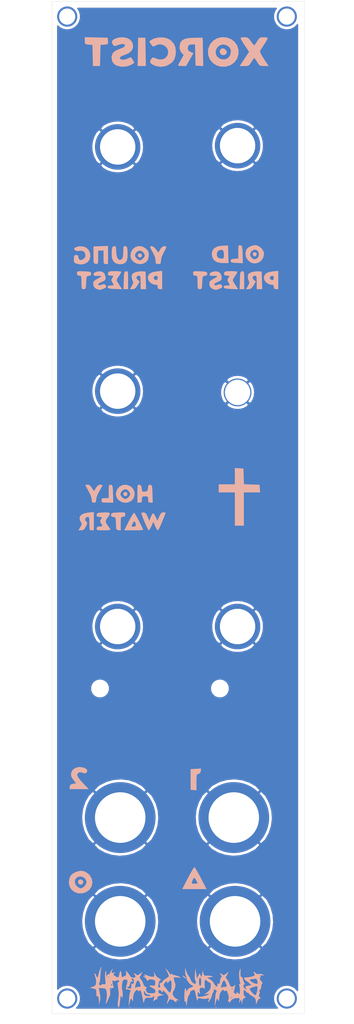
<source format=kicad_pcb>
(kicad_pcb (version 20171130) (host pcbnew "(5.1.12-1-10_14)")

  (general
    (thickness 1.6)
    (drawings 4)
    (tracks 0)
    (zones 0)
    (modules 27)
    (nets 2)
  )

  (page A4)
  (layers
    (0 F.Cu signal)
    (31 B.Cu signal)
    (32 B.Adhes user)
    (33 F.Adhes user)
    (34 B.Paste user)
    (35 F.Paste user)
    (36 B.SilkS user)
    (37 F.SilkS user)
    (38 B.Mask user)
    (39 F.Mask user)
    (40 Dwgs.User user)
    (41 Cmts.User user)
    (42 Eco1.User user)
    (43 Eco2.User user)
    (44 Edge.Cuts user)
    (45 Margin user)
    (46 B.CrtYd user)
    (47 F.CrtYd user)
    (48 B.Fab user)
    (49 F.Fab user)
  )

  (setup
    (last_trace_width 0.25)
    (trace_clearance 0.2)
    (zone_clearance 0.508)
    (zone_45_only no)
    (trace_min 0.2)
    (via_size 0.8)
    (via_drill 0.4)
    (via_min_size 0.4)
    (via_min_drill 0.3)
    (uvia_size 0.3)
    (uvia_drill 0.1)
    (uvias_allowed no)
    (uvia_min_size 0.2)
    (uvia_min_drill 0.1)
    (edge_width 0.05)
    (segment_width 0.2)
    (pcb_text_width 0.3)
    (pcb_text_size 1.5 1.5)
    (mod_edge_width 0.12)
    (mod_text_size 1 1)
    (mod_text_width 0.15)
    (pad_size 14 14)
    (pad_drill 10)
    (pad_to_mask_clearance 0)
    (aux_axis_origin 0 0)
    (visible_elements FFFFFF7F)
    (pcbplotparams
      (layerselection 0x010fc_ffffffff)
      (usegerberextensions false)
      (usegerberattributes true)
      (usegerberadvancedattributes true)
      (creategerberjobfile true)
      (excludeedgelayer true)
      (linewidth 0.100000)
      (plotframeref false)
      (viasonmask false)
      (mode 1)
      (useauxorigin false)
      (hpglpennumber 1)
      (hpglpenspeed 20)
      (hpglpendiameter 15.000000)
      (psnegative false)
      (psa4output false)
      (plotreference true)
      (plotvalue true)
      (plotinvisibletext false)
      (padsonsilk false)
      (subtractmaskfromsilk false)
      (outputformat 1)
      (mirror false)
      (drillshape 0)
      (scaleselection 1)
      (outputdirectory "/Users/rjones/Projects/PCBGolf/xorcist/xorcist/gerbers/"))
  )

  (net 0 "")
  (net 1 GND)

  (net_class Default "This is the default net class."
    (clearance 0.2)
    (trace_width 0.25)
    (via_dia 0.8)
    (via_drill 0.4)
    (uvia_dia 0.3)
    (uvia_drill 0.1)
    (add_net GND)
  )

  (module ao_tht:cross (layer B.Cu) (tedit 0) (tstamp 62A75A5A)
    (at 384.75 107.75 180)
    (fp_text reference G*** (at 0 0) (layer B.SilkS) hide
      (effects (font (size 1.524 1.524) (thickness 0.3)) (justify mirror))
    )
    (fp_text value LOGO (at 0.75 0) (layer B.SilkS) hide
      (effects (font (size 1.524 1.524) (thickness 0.3)) (justify mirror))
    )
    (fp_poly (pts (xy 0.532867 2.841958) (xy 3.73007 2.841958) (xy 3.73007 1.243357) (xy 0.532867 1.243357)
      (xy 0.532867 -5.328671) (xy -1.243357 -5.328671) (xy -1.243357 1.243357) (xy -4.460986 1.243357)
      (xy -4.406367 1.998252) (xy -4.351749 2.753147) (xy -2.804369 2.804369) (xy -1.256989 2.85559)
      (xy -1.205767 4.40297) (xy -1.154546 5.95035) (xy -0.310839 6.004488) (xy 0.532867 6.058625)
      (xy 0.532867 2.841958)) (layer B.SilkS) (width 0.01))
  )

  (module ao_tht:water (layer B.Cu) (tedit 0) (tstamp 62A6A795)
    (at 361.25 112.75 180)
    (fp_text reference G*** (at 0 0) (layer B.SilkS) hide
      (effects (font (size 1.524 1.524) (thickness 0.3)) (justify mirror))
    )
    (fp_text value LOGO (at 0.75 0) (layer B.SilkS) hide
      (effects (font (size 1.524 1.524) (thickness 0.3)) (justify mirror))
    )
    (fp_poly (pts (xy -8.482079 2.246142) (xy -8.242503 2.004086) (xy -7.990209 1.503109) (xy -7.975997 1.470107)
      (xy -7.616366 0.631123) (xy -7.280504 1.381296) (xy -7.04806 1.827003) (xy -6.844432 2.09575)
      (xy -6.777621 2.131469) (xy -6.617593 1.981637) (xy -6.404874 1.602518) (xy -6.306025 1.376574)
      (xy -6.00145 0.621678) (xy -5.687658 1.420979) (xy -5.438996 1.941692) (xy -5.174391 2.200436)
      (xy -4.907212 2.276483) (xy -4.564958 2.259657) (xy -4.440559 2.152414) (xy -4.506112 1.878296)
      (xy -4.678513 1.394705) (xy -4.921378 0.785939) (xy -5.19832 0.136295) (xy -5.472955 -0.46993)
      (xy -5.708897 -0.948437) (xy -5.869761 -1.21493) (xy -5.906275 -1.243357) (xy -6.05906 -1.095116)
      (xy -6.284935 -0.715189) (xy -6.437649 -0.39965) (xy -6.816162 0.444056) (xy -7.171023 -0.39965)
      (xy -7.398902 -0.877779) (xy -7.596084 -1.183559) (xy -7.676947 -1.243357) (xy -7.826916 -1.094384)
      (xy -8.046944 -0.71277) (xy -8.193395 -0.39965) (xy -8.496255 0.313189) (xy -8.784037 1.013749)
      (xy -9.024586 1.621051) (xy -9.185747 2.054121) (xy -9.236364 2.226855) (xy -9.083747 2.288425)
      (xy -8.785995 2.309091) (xy -8.482079 2.246142)) (layer B.SilkS) (width 0.01))
    (fp_poly (pts (xy -2.885149 2.109652) (xy -2.626453 1.743595) (xy -2.291792 1.175052) (xy -1.957478 0.540104)
      (xy -1.062495 -1.243357) (xy -2.92915 -1.243357) (xy -3.695138 -1.235173) (xy -4.308839 -1.213043)
      (xy -4.696904 -1.180596) (xy -4.795804 -1.150996) (xy -4.716509 -0.926609) (xy -4.508067 -0.478867)
      (xy -4.382969 -0.22863) (xy -3.372194 -0.22863) (xy -3.217931 -0.480068) (xy -2.930769 -0.532867)
      (xy -2.596579 -0.505248) (xy -2.486713 -0.452414) (xy -2.563507 -0.190436) (xy -2.738201 0.160609)
      (xy -2.927268 0.448982) (xy -3.029088 0.532867) (xy -3.196049 0.391629) (xy -3.26701 0.251906)
      (xy -3.372194 -0.22863) (xy -4.382969 -0.22863) (xy -4.214641 0.108077) (xy -3.880397 0.750069)
      (xy -3.549498 1.362955) (xy -3.266109 1.862582) (xy -3.074393 2.164796) (xy -3.029881 2.213914)
      (xy -2.885149 2.109652)) (layer B.SilkS) (width 0.01))
    (fp_poly (pts (xy 0.133217 2.272157) (xy 0.830175 2.237396) (xy 1.24786 2.182561) (xy 1.462227 2.084377)
      (xy 1.549233 1.919567) (xy 1.564869 1.833457) (xy 1.531473 1.54009) (xy 1.258541 1.409409)
      (xy 1.120813 1.389401) (xy 0.859743 1.343687) (xy 0.708533 1.227425) (xy 0.634459 0.959476)
      (xy 0.604797 0.458706) (xy 0.596254 0.088811) (xy 0.575624 -0.562288) (xy 0.526763 -0.939209)
      (xy 0.419203 -1.123013) (xy 0.222476 -1.194758) (xy 0.107792 -1.210749) (xy -0.355245 -1.266953)
      (xy -0.355245 0.077013) (xy -0.360662 0.758264) (xy -0.393326 1.158785) (xy -0.477853 1.353079)
      (xy -0.638859 1.415651) (xy -0.799301 1.420979) (xy -1.135444 1.492756) (xy -1.240921 1.777549)
      (xy -1.243357 1.872507) (xy -1.230185 2.098639) (xy -1.141614 2.229633) (xy -0.904056 2.286853)
      (xy -0.443927 2.291663) (xy 0.133217 2.272157)) (layer B.SilkS) (width 0.01))
    (fp_poly (pts (xy 3.063986 2.272467) (xy 3.733057 2.236035) (xy 4.125848 2.176611) (xy 4.321305 2.067664)
      (xy 4.398374 1.882664) (xy 4.408508 1.820629) (xy 4.394485 1.53909) (xy 4.177812 1.432679)
      (xy 3.920046 1.420979) (xy 3.510988 1.355173) (xy 3.372082 1.191662) (xy 3.545431 0.981306)
      (xy 3.552448 0.976923) (xy 3.716026 0.698243) (xy 3.674387 0.310562) (xy 3.465592 0.001623)
      (xy 3.284958 -0.266839) (xy 3.413124 -0.45434) (xy 3.804604 -0.50597) (xy 3.880252 -0.49895)
      (xy 4.244067 -0.522485) (xy 4.393827 -0.760147) (xy 4.408508 -0.843706) (xy 4.418207 -1.040677)
      (xy 4.332462 -1.15929) (xy 4.082443 -1.219377) (xy 3.599317 -1.240772) (xy 3.021452 -1.243357)
      (xy 2.288618 -1.230531) (xy 1.862973 -1.186721) (xy 1.697207 -1.103923) (xy 1.70875 -1.021329)
      (xy 1.89745 -0.738671) (xy 2.193261 -0.328579) (xy 2.2521 -0.249668) (xy 2.56133 0.222836)
      (xy 2.630396 0.589419) (xy 2.456513 0.987174) (xy 2.22028 1.31638) (xy 1.892298 1.786716)
      (xy 1.798374 2.081529) (xy 1.969607 2.236063) (xy 2.4371 2.285561) (xy 3.063986 2.272467)) (layer B.SilkS) (width 0.01))
    (fp_poly (pts (xy 6.080185 2.258073) (xy 6.938314 2.087207) (xy 7.516698 1.770764) (xy 7.795905 1.333251)
      (xy 7.756506 0.799176) (xy 7.547597 0.407214) (xy 7.394737 0.129179) (xy 7.410432 -0.136921)
      (xy 7.609584 -0.533497) (xy 7.653953 -0.609231) (xy 8.028097 -1.243357) (xy 7.481295 -1.243357)
      (xy 7.110326 -1.191956) (xy 6.841246 -0.980322) (xy 6.566674 -0.522306) (xy 6.555624 -0.500713)
      (xy 6.335844 -0.041157) (xy 6.279527 0.216955) (xy 6.377962 0.382911) (xy 6.47881 0.462798)
      (xy 6.707157 0.794742) (xy 6.652913 1.142797) (xy 6.34855 1.369913) (xy 6.259374 1.388927)
      (xy 6.057744 1.397668) (xy 5.939093 1.305098) (xy 5.881487 1.040214) (xy 5.86299 0.532015)
      (xy 5.861538 0.101165) (xy 5.856126 -0.580258) (xy 5.823489 -0.980935) (xy 5.739025 -1.175355)
      (xy 5.578132 -1.238008) (xy 5.417483 -1.243357) (xy 4.973427 -1.243357) (xy 4.973427 2.35843)
      (xy 6.080185 2.258073)) (layer B.SilkS) (width 0.01))
  )

  (module ao_tht:holy (layer B.Cu) (tedit 0) (tstamp 62A6A663)
    (at 361 106.75 180)
    (fp_text reference G*** (at 0 0) (layer B.SilkS) hide
      (effects (font (size 1.524 1.524) (thickness 0.3)) (justify mirror))
    )
    (fp_text value LOGO (at 0.75 0) (layer B.SilkS) hide
      (effects (font (size 1.524 1.524) (thickness 0.3)) (justify mirror))
    )
    (fp_poly (pts (xy -1.003826 1.708442) (xy -0.368859 1.393527) (xy 0.102107 0.84593) (xy 0.339773 0.105596)
      (xy 0.355244 -0.158897) (xy 0.194424 -0.80719) (xy -0.234613 -1.333567) (xy -0.851732 -1.68575)
      (xy -1.576799 -1.811461) (xy -2.075888 -1.744888) (xy -2.73023 -1.414221) (xy -3.159344 -0.884926)
      (xy -3.352403 -0.241626) (xy -3.343339 -0.128333) (xy -2.486714 -0.128333) (xy -2.349533 -0.45127)
      (xy -2.029674 -0.796098) (xy -1.664658 -1.03086) (xy -1.50979 -1.065734) (xy -1.194607 -0.948151)
      (xy -0.888112 -0.71049) (xy -0.625836 -0.373945) (xy -0.532867 -0.128333) (xy -0.677414 0.306225)
      (xy -1.024098 0.688722) (xy -1.442482 0.883443) (xy -1.50979 0.888112) (xy -1.927452 0.737717)
      (xy -2.295077 0.377008) (xy -2.482227 -0.058302) (xy -2.486714 -0.128333) (xy -3.343339 -0.128333)
      (xy -3.29858 0.431053) (xy -2.987047 1.048487) (xy -2.488578 1.480434) (xy -1.733498 1.750726)
      (xy -1.003826 1.708442)) (layer B.SilkS) (width 0.01))
    (fp_poly (pts (xy -4.010544 1.685673) (xy -3.945086 1.472361) (xy -3.915696 1.053033) (xy -3.907956 0.365206)
      (xy -3.907693 0.012354) (xy -3.907693 -1.776224) (xy -4.351749 -1.776224) (xy -4.652045 -1.729776)
      (xy -4.774981 -1.520759) (xy -4.795804 -1.154546) (xy -4.823301 -0.737877) (xy -4.978433 -0.566998)
      (xy -5.370164 -0.532944) (xy -5.417483 -0.532867) (xy -5.834151 -0.560364) (xy -6.00503 -0.715495)
      (xy -6.039084 -1.107227) (xy -6.039161 -1.154546) (xy -6.072018 -1.574657) (xy -6.221251 -1.746697)
      (xy -6.489649 -1.776224) (xy -6.940137 -1.776224) (xy -6.889299 -0.044406) (xy -6.860732 0.752881)
      (xy -6.820544 1.262492) (xy -6.752139 1.551962) (xy -6.638923 1.688825) (xy -6.464302 1.740616)
      (xy -6.450181 1.742682) (xy -6.19055 1.728455) (xy -6.061941 1.527654) (xy -6.006125 1.121004)
      (xy -5.938842 0.673678) (xy -5.772751 0.46839) (xy -5.411677 0.391942) (xy -5.38442 0.389242)
      (xy -5.013923 0.38031) (xy -4.84211 0.514329) (xy -4.773521 0.886761) (xy -4.762742 1.010921)
      (xy -4.681728 1.476464) (xy -4.499142 1.691561) (xy -4.307343 1.744172) (xy -4.12649 1.755449)
      (xy -4.010544 1.685673)) (layer B.SilkS) (width 0.01))
    (fp_poly (pts (xy 1.698297 1.66139) (xy 1.756163 1.397785) (xy 1.774752 0.891342) (xy 1.776224 0.45641)
      (xy 1.776224 -0.888112) (xy 2.486713 -0.888112) (xy 2.944469 -0.912349) (xy 3.147926 -1.026672)
      (xy 3.196949 -1.293497) (xy 3.197203 -1.332168) (xy 3.177111 -1.570366) (xy 3.063474 -1.703317)
      (xy 2.776251 -1.761636) (xy 2.235399 -1.775937) (xy 2.036225 -1.776224) (xy 0.875248 -1.776224)
      (xy 0.926085 -0.044406) (xy 0.954319 0.752168) (xy 0.993857 1.261237) (xy 1.061747 1.550495)
      (xy 1.17504 1.687634) (xy 1.350787 1.740349) (xy 1.376573 1.744172) (xy 1.579115 1.753178)
      (xy 1.698297 1.66139)) (layer B.SilkS) (width 0.01))
    (fp_poly (pts (xy 6.281335 1.741201) (xy 6.394405 1.672894) (xy 6.31093 1.478907) (xy 6.091723 1.067855)
      (xy 5.78361 0.527417) (xy 5.772727 0.508833) (xy 5.378987 -0.275256) (xy 5.172838 -0.939615)
      (xy 5.151049 -1.164062) (xy 5.116641 -1.580352) (xy 4.962659 -1.749027) (xy 4.706993 -1.776224)
      (xy 4.405131 -1.728856) (xy 4.282737 -1.516796) (xy 4.262937 -1.163441) (xy 4.141139 -0.558027)
      (xy 3.797935 0.207003) (xy 3.641715 0.479566) (xy 3.327989 1.018091) (xy 3.104514 1.436512)
      (xy 3.020037 1.643007) (xy 3.172084 1.742715) (xy 3.469626 1.776224) (xy 3.867789 1.658003)
      (xy 4.220504 1.261856) (xy 4.286472 1.154545) (xy 4.52745 0.7662) (xy 4.685048 0.549292)
      (xy 4.706993 0.532867) (xy 4.821451 0.669981) (xy 5.042427 1.01274) (xy 5.127514 1.154545)
      (xy 5.480759 1.608201) (xy 5.864512 1.77256) (xy 5.944359 1.776224) (xy 6.281335 1.741201)) (layer B.SilkS) (width 0.01))
    (fp_poly (pts (xy -1.217962 0.207077) (xy -1.09257 -0.07214) (xy -1.099052 -0.13064) (xy -1.282369 -0.413976)
      (xy -1.58337 -0.496414) (xy -1.845126 -0.350746) (xy -1.889158 -0.267622) (xy -1.891205 0.079461)
      (xy -1.811749 0.213147) (xy -1.509439 0.327136) (xy -1.217962 0.207077)) (layer B.SilkS) (width 0.01))
  )

  (module ao_tht:young (layer B.Cu) (tedit 0) (tstamp 62A6A58B)
    (at 361.75 59.25 180)
    (fp_text reference G*** (at 0 0) (layer B.SilkS) hide
      (effects (font (size 1.524 1.524) (thickness 0.3)) (justify mirror))
    )
    (fp_text value LOGO (at 0.75 0) (layer B.SilkS) hide
      (effects (font (size 1.524 1.524) (thickness 0.3)) (justify mirror))
    )
    (fp_poly (pts (xy -2.793317 1.231725) (xy -2.247078 0.809597) (xy -1.885633 0.175825) (xy -1.776223 -0.514142)
      (xy -1.937246 -1.160112) (xy -2.365981 -1.68715) (xy -2.980925 -2.041508) (xy -3.700578 -2.169438)
      (xy -4.188572 -2.105001) (xy -4.869217 -1.779154) (xy -5.276071 -1.231127) (xy -5.411131 -0.483578)
      (xy -4.618181 -0.483578) (xy -4.481001 -0.806515) (xy -4.161142 -1.151343) (xy -3.796125 -1.386105)
      (xy -3.641258 -1.420979) (xy -3.326075 -1.303396) (xy -3.01958 -1.065735) (xy -2.7552 -0.702252)
      (xy -2.664335 -0.413637) (xy -2.818595 0.026766) (xy -3.193158 0.384249) (xy -3.655698 0.53286)
      (xy -3.658716 0.532867) (xy -4.061377 0.383412) (xy -4.42212 0.02609) (xy -4.612039 -0.402537)
      (xy -4.618181 -0.483578) (xy -5.411131 -0.483578) (xy -5.417245 -0.449738) (xy -5.417482 -0.410838)
      (xy -5.371224 0.154181) (xy -5.178219 0.554224) (xy -4.837407 0.902682) (xy -4.158822 1.310823)
      (xy -3.454012 1.409652) (xy -2.793317 1.231725)) (layer B.SilkS) (width 0.01))
    (fp_poly (pts (xy 1.465385 1.388927) (xy 1.70981 1.30551) (xy 1.842283 1.081886) (xy 1.908403 0.623531)
      (xy 1.920967 0.444531) (xy 1.932429 -0.215717) (xy 1.895458 -0.833217) (xy 1.868261 -1.022198)
      (xy 1.593342 -1.620632) (xy 1.07734 -2.025354) (xy 0.399666 -2.195887) (xy -0.279147 -2.116743)
      (xy -0.753127 -1.886044) (xy -1.050702 -1.484297) (xy -1.195122 -0.856167) (xy -1.209635 0.053684)
      (xy -1.207961 0.093969) (xy -1.169561 0.747795) (xy -1.106156 1.12693) (xy -0.989567 1.311914)
      (xy -0.791615 1.383287) (xy -0.754895 1.388927) (xy -0.540077 1.396094) (xy -0.420293 1.289928)
      (xy -0.367936 0.994624) (xy -0.355402 0.434376) (xy -0.355244 0.291474) (xy -0.318852 -0.471184)
      (xy -0.200877 -0.951503) (xy -0.068194 -1.149788) (xy 0.290748 -1.34993) (xy 0.607974 -1.231433)
      (xy 0.858671 -0.8305) (xy 1.018024 -0.183337) (xy 1.063116 0.500815) (xy 1.076988 1.046677)
      (xy 1.139459 1.319565) (xy 1.287709 1.401565) (xy 1.465385 1.388927)) (layer B.SilkS) (width 0.01))
    (fp_poly (pts (xy 9.131257 1.137674) (xy 9.224943 1.080842) (xy 9.387228 0.898297) (xy 9.261828 0.6525)
      (xy 9.248609 0.636433) (xy 8.945307 0.450233) (xy 8.442187 0.450584) (xy 8.358024 0.463096)
      (xy 7.804404 0.482702) (xy 7.436821 0.304822) (xy 7.401839 0.271569) (xy 7.132048 -0.211032)
      (xy 7.174155 -0.722871) (xy 7.516526 -1.148865) (xy 7.54758 -1.169981) (xy 8.028154 -1.365515)
      (xy 8.37014 -1.266539) (xy 8.522501 -0.892099) (xy 8.525875 -0.804876) (xy 8.597155 -0.464033)
      (xy 8.879436 -0.357562) (xy 8.96993 -0.355245) (xy 9.244376 -0.388562) (xy 9.374123 -0.552084)
      (xy 9.412371 -0.941167) (xy 9.413986 -1.151162) (xy 9.407447 -1.573652) (xy 9.338139 -1.831004)
      (xy 9.131531 -1.987226) (xy 8.713091 -2.106325) (xy 8.17063 -2.21893) (xy 7.821688 -2.21013)
      (xy 7.345658 -2.113796) (xy 7.327847 -2.10877) (xy 6.71691 -1.779952) (xy 6.332881 -1.261746)
      (xy 6.171772 -0.634735) (xy 6.229594 0.020493) (xy 6.502359 0.623355) (xy 6.98608 1.093266)
      (xy 7.497195 1.313135) (xy 8.361736 1.379021) (xy 9.131257 1.137674)) (layer B.SilkS) (width 0.01))
    (fp_poly (pts (xy -5.694714 1.306652) (xy -5.683916 1.230949) (xy -5.771618 0.970754) (xy -5.997829 0.525117)
      (xy -6.216783 0.150193) (xy -6.643434 -0.757028) (xy -6.74965 -1.423648) (xy -6.770899 -1.87811)
      (xy -6.885828 -2.079708) (xy -7.171208 -2.130417) (xy -7.282517 -2.131469) (xy -7.63013 -2.101135)
      (xy -7.780336 -1.940785) (xy -7.815068 -1.546393) (xy -7.815384 -1.454936) (xy -7.960569 -0.710939)
      (xy -8.401379 0.194528) (xy -8.423018 0.230674) (xy -8.717047 0.773994) (xy -8.869091 1.173264)
      (xy -8.856979 1.347087) (xy -8.465464 1.404558) (xy -8.036888 1.210388) (xy -7.695669 0.82936)
      (xy -7.638698 0.712749) (xy -7.45672 0.348629) (xy -7.313256 0.185181) (xy -7.305373 0.184464)
      (xy -7.147948 0.324762) (xy -6.898911 0.663524) (xy -6.835665 0.761737) (xy -6.532001 1.110115)
      (xy -6.177802 1.342652) (xy -5.867297 1.42096) (xy -5.694714 1.306652)) (layer B.SilkS) (width 0.01))
    (fp_poly (pts (xy 5.538102 1.332168) (xy 5.538767 -0.355245) (xy 5.535933 -1.137368) (xy 5.514587 -1.633014)
      (xy 5.456591 -1.910949) (xy 5.343802 -2.039943) (xy 5.158081 -2.088761) (xy 5.078807 -2.098861)
      (xy 4.845386 -2.114721) (xy 4.708161 -2.043894) (xy 4.641579 -1.814941) (xy 4.620085 -1.356424)
      (xy 4.618182 -0.811099) (xy 4.618182 0.532867) (xy 3.552448 0.532867) (xy 3.552448 -0.799301)
      (xy 3.546914 -1.476897) (xy 3.513683 -1.874089) (xy 3.427813 -2.065704) (xy 3.264359 -2.126572)
      (xy 3.108392 -2.131469) (xy 2.664336 -2.131469) (xy 2.664336 1.435346) (xy 5.538102 1.332168)) (layer B.SilkS) (width 0.01))
    (fp_poly (pts (xy -3.34943 -0.148168) (xy -3.224038 -0.427385) (xy -3.23052 -0.485885) (xy -3.413837 -0.769221)
      (xy -3.714838 -0.851659) (xy -3.976593 -0.705991) (xy -4.020625 -0.622867) (xy -4.022672 -0.275784)
      (xy -3.943216 -0.142098) (xy -3.640906 -0.028109) (xy -3.34943 -0.148168)) (layer B.SilkS) (width 0.01))
  )

  (module ao_tht:oldd (layer B.Cu) (tedit 0) (tstamp 62A6A3D8)
    (at 385.25 59.25 180)
    (fp_text reference G*** (at 0 0) (layer B.SilkS) hide
      (effects (font (size 1.524 1.524) (thickness 0.3)) (justify mirror))
    )
    (fp_text value LOGO (at 0.75 0) (layer B.SilkS) hide
      (effects (font (size 1.524 1.524) (thickness 0.3)) (justify mirror))
    )
    (fp_poly (pts (xy -2.349724 1.486168) (xy -1.736117 1.197655) (xy -1.302012 0.80625) (xy -1.248622 0.720328)
      (xy -1.057842 0.015777) (xy -1.158315 -0.72749) (xy -1.530764 -1.375646) (xy -1.554195 -1.401054)
      (xy -2.178775 -1.883229) (xy -2.860971 -2.0291) (xy -3.552447 -1.895139) (xy -4.133289 -1.530172)
      (xy -4.550419 -0.942897) (xy -4.737048 -0.252775) (xy -4.731345 -0.168741) (xy -3.72735 -0.168741)
      (xy -3.625466 -0.737721) (xy -3.304513 -1.066151) (xy -3.197202 -1.113889) (xy -2.884071 -1.21108)
      (xy -2.65053 -1.162699) (xy -2.348613 -0.966851) (xy -2.016352 -0.552093) (xy -1.998568 -0.051688)
      (xy -2.247809 0.385664) (xy -2.70052 0.683479) (xy -3.163379 0.685745) (xy -3.536948 0.429722)
      (xy -3.721792 -0.047331) (xy -3.72735 -0.168741) (xy -4.731345 -0.168741) (xy -4.70821 0.172082)
      (xy -4.431915 0.742248) (xy -3.937069 1.232554) (xy -3.344936 1.541901) (xy -2.997131 1.598601)
      (xy -2.349724 1.486168)) (layer B.SilkS) (width 0.01))
    (fp_poly (pts (xy 0.277972 1.483017) (xy 0.335586 1.217915) (xy 0.353874 0.70891) (xy 0.355245 0.289)
      (xy 0.355245 -1.045308) (xy 1.11014 -1.099927) (xy 1.597386 -1.165824) (xy 1.819022 -1.301704)
      (xy 1.865035 -1.50979) (xy 1.826426 -1.701007) (xy 1.65964 -1.815661) (xy 1.288245 -1.879616)
      (xy 0.659553 -1.917705) (xy -0.54593 -1.970375) (xy -0.494993 -0.230292) (xy -0.466808 0.568513)
      (xy -0.427471 1.079645) (xy -0.360047 1.370629) (xy -0.247605 1.508991) (xy -0.073212 1.562255)
      (xy -0.044405 1.56655) (xy 0.158739 1.575475) (xy 0.277972 1.483017)) (layer B.SilkS) (width 0.01))
    (fp_poly (pts (xy 3.413508 1.489563) (xy 4.37718 1.359246) (xy 5.076702 1.023991) (xy 5.494837 0.502216)
      (xy 5.614348 -0.187662) (xy 5.513152 -0.75386) (xy 5.198351 -1.354117) (xy 4.656819 -1.739322)
      (xy 3.854901 -1.927628) (xy 3.288403 -1.953846) (xy 2.296227 -1.953846) (xy 2.345925 -0.260859)
      (xy 3.197203 -0.260859) (xy 3.213418 -0.754987) (xy 3.301523 -0.989888) (xy 3.520709 -1.061354)
      (xy 3.694546 -1.065734) (xy 4.138357 -0.993758) (xy 4.405035 -0.852587) (xy 4.615018 -0.430925)
      (xy 4.586427 0.056836) (xy 4.343213 0.456611) (xy 4.185453 0.560025) (xy 3.682213 0.69731)
      (xy 3.36568 0.548369) (xy 3.215861 0.096595) (xy 3.197203 -0.260859) (xy 2.345925 -0.260859)
      (xy 2.397903 1.50979) (xy 3.413508 1.489563)) (layer B.SilkS) (width 0.01))
    (fp_poly (pts (xy -2.54918 0.086454) (xy -2.518765 -0.208115) (xy -2.673962 -0.58008) (xy -2.940563 -0.644334)
      (xy -3.185835 -0.457752) (xy -3.315594 -0.121323) (xy -3.135892 0.114173) (xy -2.819121 0.177622)
      (xy -2.54918 0.086454)) (layer B.SilkS) (width 0.01))
  )

  (module ao_tht:priest2 (layer B.Cu) (tedit 0) (tstamp 62A69FBE)
    (at 360.75 64.75 180)
    (fp_text reference G*** (at 0 0) (layer B.SilkS) hide
      (effects (font (size 1.524 1.524) (thickness 0.3)) (justify mirror))
    )
    (fp_text value LOGO (at 0.75 0) (layer B.SilkS) hide
      (effects (font (size 1.524 1.524) (thickness 0.3)) (justify mirror))
    )
    (fp_poly (pts (xy 3.845906 1.856202) (xy 4.322669 1.684028) (xy 4.515624 1.448362) (xy 4.529371 1.332168)
      (xy 4.482355 1.110809) (xy 4.279037 1.022269) (xy 3.826014 1.02957) (xy 3.774475 1.033315)
      (xy 3.314507 1.036449) (xy 3.047076 0.97785) (xy 3.01958 0.939907) (xy 3.166305 0.783275)
      (xy 3.538416 0.556654) (xy 3.774475 0.439459) (xy 4.238682 0.164281) (xy 4.53875 -0.125619)
      (xy 4.589506 -0.236077) (xy 4.569273 -0.891015) (xy 4.255516 -1.373169) (xy 3.882258 -1.580852)
      (xy 3.499241 -1.7085) (xy 3.307922 -1.760852) (xy 3.303914 -1.760204) (xy 3.140887 -1.705719)
      (xy 2.766891 -1.594098) (xy 2.717486 -1.579769) (xy 2.185989 -1.353836) (xy 2.005829 -1.083923)
      (xy 2.170498 -0.772958) (xy 2.426727 -0.61114) (xy 2.756015 -0.667645) (xy 2.906823 -0.731898)
      (xy 3.319198 -0.857166) (xy 3.579868 -0.754003) (xy 3.58655 -0.747436) (xy 3.623848 -0.586355)
      (xy 3.392101 -0.396952) (xy 2.949231 -0.185536) (xy 2.456717 0.042592) (xy 2.216067 0.242577)
      (xy 2.14874 0.51678) (xy 2.165052 0.836453) (xy 2.353425 1.461134) (xy 2.777416 1.829007)
      (xy 3.412524 1.925207) (xy 3.845906 1.856202)) (layer B.SilkS) (width 0.01))
    (fp_poly (pts (xy -7.951983 1.902828) (xy -7.088568 1.740269) (xy -6.531029 1.426593) (xy -6.256046 0.94421)
      (xy -6.216783 0.593927) (xy -6.374915 0.078439) (xy -6.775582 -0.373669) (xy -7.308191 -0.660294)
      (xy -7.629689 -0.710489) (xy -8.014223 -0.756608) (xy -8.156597 -0.953785) (xy -8.170629 -1.154545)
      (xy -8.243992 -1.492563) (xy -8.532853 -1.596726) (xy -8.614685 -1.598601) (xy -9.058741 -1.598601)
      (xy -9.058741 0.621678) (xy -8.170629 0.621678) (xy -8.115852 0.2823) (xy -7.892517 0.197789)
      (xy -7.770979 0.209674) (xy -7.436818 0.386129) (xy -7.371329 0.621678) (xy -7.516449 0.939321)
      (xy -7.770979 1.033683) (xy -8.066954 1.011467) (xy -8.166046 0.763584) (xy -8.170629 0.621678)
      (xy -9.058741 0.621678) (xy -9.058741 2.003186) (xy -7.951983 1.902828)) (layer B.SilkS) (width 0.01))
    (fp_poly (pts (xy -4.377306 1.886114) (xy -3.734112 1.735386) (xy -3.658035 1.705869) (xy -3.227999 1.477413)
      (xy -3.048321 1.200953) (xy -3.019581 0.894765) (xy -3.086842 0.38667) (xy -3.226981 0.018324)
      (xy -3.327242 -0.267076) (xy -3.240371 -0.61105) (xy -3.055349 -0.956189) (xy -2.676317 -1.598601)
      (xy -3.193126 -1.598601) (xy -3.558034 -1.534887) (xy -3.857884 -1.291126) (xy -4.161071 -0.843706)
      (xy -4.612207 -0.088811) (xy -4.232224 0.1993) (xy -3.976113 0.535979) (xy -4.001071 0.856629)
      (xy -4.280895 1.049273) (xy -4.434985 1.065734) (xy -4.619343 1.035578) (xy -4.727502 0.895919)
      (xy -4.779448 0.572975) (xy -4.795163 -0.007037) (xy -4.795804 -0.266433) (xy -4.795804 -1.598601)
      (xy -5.874403 -1.598601) (xy -5.772727 1.865035) (xy -5.034608 1.918834) (xy -4.377306 1.886114)) (layer B.SilkS) (width 0.01))
    (fp_poly (pts (xy -1.909441 1.921794) (xy -1.725156 1.874603) (xy -1.605346 1.751015) (xy -1.532962 1.483338)
      (xy -1.490953 1.003878) (xy -1.462269 0.244943) (xy -1.458953 0.133217) (xy -1.408115 -1.598601)
      (xy -2.309091 -1.598601) (xy -2.309091 0.189976) (xy -2.305872 0.998899) (xy -2.286601 1.515063)
      (xy -2.23686 1.800949) (xy -2.14223 1.919038) (xy -1.988292 1.931813) (xy -1.909441 1.921794)) (layer B.SilkS) (width 0.01))
    (fp_poly (pts (xy 1.01292 1.940506) (xy 1.389732 1.885656) (xy 1.577314 1.767052) (xy 1.647378 1.608887)
      (xy 1.676516 1.267028) (xy 1.484575 1.105175) (xy 1.032036 1.065734) (xy 0.687468 1.047292)
      (xy 0.634812 0.926567) (xy 0.815634 0.621678) (xy 1.003396 0.273051) (xy 0.972304 -0.001187)
      (xy 0.819729 -0.260184) (xy 0.589237 -0.649688) (xy 0.607082 -0.831964) (xy 0.916636 -0.885309)
      (xy 1.167569 -0.888112) (xy 1.593042 -0.922749) (xy 1.747253 -1.055373) (xy 1.742916 -1.198951)
      (xy 1.656455 -1.360424) (xy 1.424792 -1.463241) (xy 0.976822 -1.525093) (xy 0.283287 -1.562129)
      (xy -1.116987 -1.614467) (xy -0.824927 -1.162478) (xy -0.49496 -0.651836) (xy -0.239374 -0.256314)
      (xy -0.081616 0.025141) (xy -0.066672 0.262452) (xy -0.218423 0.571976) (xy -0.491422 0.971826)
      (xy -0.777303 1.420262) (xy -0.929817 1.746801) (xy -0.932933 1.849818) (xy -0.714905 1.902493)
      (xy -0.2444 1.939913) (xy 0.364132 1.953846) (xy 1.01292 1.940506)) (layer B.SilkS) (width 0.01))
    (fp_poly (pts (xy 7.539273 1.925011) (xy 7.741015 1.854693) (xy 7.808544 1.706312) (xy 7.815385 1.517262)
      (xy 7.744796 1.175463) (xy 7.464715 1.068211) (xy 7.371329 1.065734) (xy 7.145463 1.049132)
      (xy 7.013066 0.94944) (xy 6.949194 0.691828) (xy 6.928905 0.201469) (xy 6.927273 -0.266433)
      (xy 6.921531 -0.944128) (xy 6.887977 -1.34139) (xy 6.802113 -1.533019) (xy 6.639446 -1.593811)
      (xy 6.490998 -1.598601) (xy 6.26518 -1.578009) (xy 6.130237 -1.465624) (xy 6.057373 -1.185533)
      (xy 6.017794 -0.66182) (xy 6.002537 -0.310839) (xy 5.969462 0.353511) (xy 5.91566 0.742363)
      (xy 5.808524 0.935267) (xy 5.615445 1.011771) (xy 5.451215 1.034157) (xy 5.091774 1.133626)
      (xy 4.997247 1.370404) (xy 5.007159 1.478213) (xy 5.065392 1.674864) (xy 5.221754 1.795934)
      (xy 5.552202 1.864697) (xy 6.132694 1.904428) (xy 6.438811 1.916912) (xy 7.129734 1.93863)
      (xy 7.539273 1.925011)) (layer B.SilkS) (width 0.01))
  )

  (module ao_tht:priest2 (layer B.Cu) (tedit 0) (tstamp 62A69FBC)
    (at 383.75 64.75 180)
    (fp_text reference G*** (at 0 0) (layer B.SilkS) hide
      (effects (font (size 1.524 1.524) (thickness 0.3)) (justify mirror))
    )
    (fp_text value LOGO (at 0.75 0) (layer B.SilkS) hide
      (effects (font (size 1.524 1.524) (thickness 0.3)) (justify mirror))
    )
    (fp_poly (pts (xy 3.845906 1.856202) (xy 4.322669 1.684028) (xy 4.515624 1.448362) (xy 4.529371 1.332168)
      (xy 4.482355 1.110809) (xy 4.279037 1.022269) (xy 3.826014 1.02957) (xy 3.774475 1.033315)
      (xy 3.314507 1.036449) (xy 3.047076 0.97785) (xy 3.01958 0.939907) (xy 3.166305 0.783275)
      (xy 3.538416 0.556654) (xy 3.774475 0.439459) (xy 4.238682 0.164281) (xy 4.53875 -0.125619)
      (xy 4.589506 -0.236077) (xy 4.569273 -0.891015) (xy 4.255516 -1.373169) (xy 3.882258 -1.580852)
      (xy 3.499241 -1.7085) (xy 3.307922 -1.760852) (xy 3.303914 -1.760204) (xy 3.140887 -1.705719)
      (xy 2.766891 -1.594098) (xy 2.717486 -1.579769) (xy 2.185989 -1.353836) (xy 2.005829 -1.083923)
      (xy 2.170498 -0.772958) (xy 2.426727 -0.61114) (xy 2.756015 -0.667645) (xy 2.906823 -0.731898)
      (xy 3.319198 -0.857166) (xy 3.579868 -0.754003) (xy 3.58655 -0.747436) (xy 3.623848 -0.586355)
      (xy 3.392101 -0.396952) (xy 2.949231 -0.185536) (xy 2.456717 0.042592) (xy 2.216067 0.242577)
      (xy 2.14874 0.51678) (xy 2.165052 0.836453) (xy 2.353425 1.461134) (xy 2.777416 1.829007)
      (xy 3.412524 1.925207) (xy 3.845906 1.856202)) (layer B.SilkS) (width 0.01))
    (fp_poly (pts (xy -7.951983 1.902828) (xy -7.088568 1.740269) (xy -6.531029 1.426593) (xy -6.256046 0.94421)
      (xy -6.216783 0.593927) (xy -6.374915 0.078439) (xy -6.775582 -0.373669) (xy -7.308191 -0.660294)
      (xy -7.629689 -0.710489) (xy -8.014223 -0.756608) (xy -8.156597 -0.953785) (xy -8.170629 -1.154545)
      (xy -8.243992 -1.492563) (xy -8.532853 -1.596726) (xy -8.614685 -1.598601) (xy -9.058741 -1.598601)
      (xy -9.058741 0.621678) (xy -8.170629 0.621678) (xy -8.115852 0.2823) (xy -7.892517 0.197789)
      (xy -7.770979 0.209674) (xy -7.436818 0.386129) (xy -7.371329 0.621678) (xy -7.516449 0.939321)
      (xy -7.770979 1.033683) (xy -8.066954 1.011467) (xy -8.166046 0.763584) (xy -8.170629 0.621678)
      (xy -9.058741 0.621678) (xy -9.058741 2.003186) (xy -7.951983 1.902828)) (layer B.SilkS) (width 0.01))
    (fp_poly (pts (xy -4.377306 1.886114) (xy -3.734112 1.735386) (xy -3.658035 1.705869) (xy -3.227999 1.477413)
      (xy -3.048321 1.200953) (xy -3.019581 0.894765) (xy -3.086842 0.38667) (xy -3.226981 0.018324)
      (xy -3.327242 -0.267076) (xy -3.240371 -0.61105) (xy -3.055349 -0.956189) (xy -2.676317 -1.598601)
      (xy -3.193126 -1.598601) (xy -3.558034 -1.534887) (xy -3.857884 -1.291126) (xy -4.161071 -0.843706)
      (xy -4.612207 -0.088811) (xy -4.232224 0.1993) (xy -3.976113 0.535979) (xy -4.001071 0.856629)
      (xy -4.280895 1.049273) (xy -4.434985 1.065734) (xy -4.619343 1.035578) (xy -4.727502 0.895919)
      (xy -4.779448 0.572975) (xy -4.795163 -0.007037) (xy -4.795804 -0.266433) (xy -4.795804 -1.598601)
      (xy -5.874403 -1.598601) (xy -5.772727 1.865035) (xy -5.034608 1.918834) (xy -4.377306 1.886114)) (layer B.SilkS) (width 0.01))
    (fp_poly (pts (xy -1.909441 1.921794) (xy -1.725156 1.874603) (xy -1.605346 1.751015) (xy -1.532962 1.483338)
      (xy -1.490953 1.003878) (xy -1.462269 0.244943) (xy -1.458953 0.133217) (xy -1.408115 -1.598601)
      (xy -2.309091 -1.598601) (xy -2.309091 0.189976) (xy -2.305872 0.998899) (xy -2.286601 1.515063)
      (xy -2.23686 1.800949) (xy -2.14223 1.919038) (xy -1.988292 1.931813) (xy -1.909441 1.921794)) (layer B.SilkS) (width 0.01))
    (fp_poly (pts (xy 1.01292 1.940506) (xy 1.389732 1.885656) (xy 1.577314 1.767052) (xy 1.647378 1.608887)
      (xy 1.676516 1.267028) (xy 1.484575 1.105175) (xy 1.032036 1.065734) (xy 0.687468 1.047292)
      (xy 0.634812 0.926567) (xy 0.815634 0.621678) (xy 1.003396 0.273051) (xy 0.972304 -0.001187)
      (xy 0.819729 -0.260184) (xy 0.589237 -0.649688) (xy 0.607082 -0.831964) (xy 0.916636 -0.885309)
      (xy 1.167569 -0.888112) (xy 1.593042 -0.922749) (xy 1.747253 -1.055373) (xy 1.742916 -1.198951)
      (xy 1.656455 -1.360424) (xy 1.424792 -1.463241) (xy 0.976822 -1.525093) (xy 0.283287 -1.562129)
      (xy -1.116987 -1.614467) (xy -0.824927 -1.162478) (xy -0.49496 -0.651836) (xy -0.239374 -0.256314)
      (xy -0.081616 0.025141) (xy -0.066672 0.262452) (xy -0.218423 0.571976) (xy -0.491422 0.971826)
      (xy -0.777303 1.420262) (xy -0.929817 1.746801) (xy -0.932933 1.849818) (xy -0.714905 1.902493)
      (xy -0.2444 1.939913) (xy 0.364132 1.953846) (xy 1.01292 1.940506)) (layer B.SilkS) (width 0.01))
    (fp_poly (pts (xy 7.539273 1.925011) (xy 7.741015 1.854693) (xy 7.808544 1.706312) (xy 7.815385 1.517262)
      (xy 7.744796 1.175463) (xy 7.464715 1.068211) (xy 7.371329 1.065734) (xy 7.145463 1.049132)
      (xy 7.013066 0.94944) (xy 6.949194 0.691828) (xy 6.928905 0.201469) (xy 6.927273 -0.266433)
      (xy 6.921531 -0.944128) (xy 6.887977 -1.34139) (xy 6.802113 -1.533019) (xy 6.639446 -1.593811)
      (xy 6.490998 -1.598601) (xy 6.26518 -1.578009) (xy 6.130237 -1.465624) (xy 6.057373 -1.185533)
      (xy 6.017794 -0.66182) (xy 6.002537 -0.310839) (xy 5.969462 0.353511) (xy 5.91566 0.742363)
      (xy 5.808524 0.935267) (xy 5.615445 1.011771) (xy 5.451215 1.034157) (xy 5.091774 1.133626)
      (xy 4.997247 1.370404) (xy 5.007159 1.478213) (xy 5.065392 1.674864) (xy 5.221754 1.795934)
      (xy 5.552202 1.864697) (xy 6.132694 1.904428) (xy 6.438811 1.916912) (xy 7.129734 1.93863)
      (xy 7.539273 1.925011)) (layer B.SilkS) (width 0.01))
  )

  (module ao_panel:Kosmo_Pot_Hole (layer F.Cu) (tedit 62A4F519) (tstamp 62A559BC)
    (at 384.75 133)
    (descr "Mounting Hole 6mm")
    (tags "mounting hole 6mm")
    (attr virtual)
    (fp_text reference REF** (at 0 -7) (layer F.SilkS) hide
      (effects (font (size 1 1) (thickness 0.15)))
    )
    (fp_text value Kosmo_Pot_Hole (at 0 7) (layer F.Fab)
      (effects (font (size 1 1) (thickness 0.15)))
    )
    (fp_circle (center 0 0) (end 6 0) (layer Cmts.User) (width 0.15))
    (fp_circle (center 0 0) (end 6.25 0) (layer F.CrtYd) (width 0.05))
    (fp_text user %R (at 0.3 0) (layer F.Fab)
      (effects (font (size 1 1) (thickness 0.15)))
    )
    (pad 1 thru_hole circle (at 0 0) (size 9 9) (drill 7) (layers *.Cu *.Mask)
      (net 1 GND))
  )

  (module ao_panel:Kosmo_Pot_Hole (layer F.Cu) (tedit 62A4F514) (tstamp 62A55991)
    (at 361 133)
    (descr "Mounting Hole 6mm")
    (tags "mounting hole 6mm")
    (attr virtual)
    (fp_text reference REF** (at 0 -7) (layer F.SilkS) hide
      (effects (font (size 1 1) (thickness 0.15)))
    )
    (fp_text value Kosmo_Pot_Hole (at 0 7) (layer F.Fab)
      (effects (font (size 1 1) (thickness 0.15)))
    )
    (fp_circle (center 0 0) (end 6.25 0) (layer F.CrtYd) (width 0.05))
    (fp_circle (center 0 0) (end 6 0) (layer Cmts.User) (width 0.15))
    (fp_text user %R (at 0.3 0) (layer F.Fab)
      (effects (font (size 1 1) (thickness 0.15)))
    )
    (pad 1 thru_hole circle (at 0 0) (size 9 9) (drill 7) (layers *.Cu *.Mask)
      (net 1 GND))
  )

  (module ao_panel:Kosmo_Pot_Hole (layer F.Cu) (tedit 62A4F50A) (tstamp 62A55979)
    (at 361 86.5)
    (descr "Mounting Hole 6mm")
    (tags "mounting hole 6mm")
    (attr virtual)
    (fp_text reference REF** (at 0 -7) (layer F.SilkS) hide
      (effects (font (size 1 1) (thickness 0.15)))
    )
    (fp_text value Kosmo_Pot_Hole (at 0 7) (layer F.Fab)
      (effects (font (size 1 1) (thickness 0.15)))
    )
    (fp_circle (center 0 0) (end 6 0) (layer Cmts.User) (width 0.15))
    (fp_circle (center 0 0) (end 6.25 0) (layer F.CrtYd) (width 0.05))
    (fp_text user %R (at 0.3 0) (layer F.Fab)
      (effects (font (size 1 1) (thickness 0.15)))
    )
    (pad 1 thru_hole circle (at 0 0) (size 9 9) (drill 7) (layers *.Cu *.Mask)
      (net 1 GND))
  )

  (module ao_panel:Kosmo_Pot_Hole (layer F.Cu) (tedit 62A4F4F9) (tstamp 62A55959)
    (at 384.75 38)
    (descr "Mounting Hole 6mm")
    (tags "mounting hole 6mm")
    (attr virtual)
    (fp_text reference REF** (at 0 -7) (layer F.SilkS) hide
      (effects (font (size 1 1) (thickness 0.15)))
    )
    (fp_text value Kosmo_Pot_Hole (at 0 7) (layer F.Fab)
      (effects (font (size 1 1) (thickness 0.15)))
    )
    (fp_circle (center 0 0) (end 6 0) (layer Cmts.User) (width 0.15))
    (fp_circle (center 0 0) (end 6.25 0) (layer F.CrtYd) (width 0.05))
    (fp_text user %R (at 0.3 0) (layer F.Fab)
      (effects (font (size 1 1) (thickness 0.15)))
    )
    (pad 1 thru_hole circle (at 0 0) (size 9 9) (drill 7) (layers *.Cu *.Mask)
      (net 1 GND))
  )

  (module ao_panel:Kosmo_Pot_Hole (layer F.Cu) (tedit 62A4F500) (tstamp 62A55925)
    (at 361 38.25)
    (descr "Mounting Hole 6mm")
    (tags "mounting hole 6mm")
    (attr virtual)
    (fp_text reference REF** (at 0 -7) (layer F.SilkS) hide
      (effects (font (size 1 1) (thickness 0.15)))
    )
    (fp_text value Kosmo_Pot_Hole (at 0 7) (layer F.Fab)
      (effects (font (size 1 1) (thickness 0.15)))
    )
    (fp_circle (center 0 0) (end 6.25 0) (layer F.CrtYd) (width 0.05))
    (fp_circle (center 0 0) (end 6 0) (layer Cmts.User) (width 0.15))
    (fp_text user %R (at 0.3 0) (layer F.Fab)
      (effects (font (size 1 1) (thickness 0.15)))
    )
    (pad 1 thru_hole circle (at 0 0) (size 9 9) (drill 7) (layers *.Cu *.Mask)
      (net 1 GND))
  )

  (module ao_panel:Kosmo_LED_Hole (layer F.Cu) (tedit 62A4F505) (tstamp 62A55845)
    (at 384.75 86.75)
    (descr "Mounting Hole 6mm")
    (tags "mounting hole 6mm")
    (attr virtual)
    (fp_text reference REF** (at 0 -6) (layer F.SilkS) hide
      (effects (font (size 1 1) (thickness 0.15)))
    )
    (fp_text value Kosmo_LED_Hole (at 0 6) (layer F.Fab)
      (effects (font (size 1 1) (thickness 0.15)))
    )
    (fp_circle (center 0 0) (end 4.25 0) (layer F.CrtYd) (width 0.05))
    (fp_circle (center 0 0) (end 4 0) (layer Cmts.User) (width 0.15))
    (fp_text user %R (at 0.3 0) (layer F.Fab)
      (effects (font (size 1 1) (thickness 0.15)))
    )
    (pad 1 thru_hole circle (at 0 0) (size 5.5 5.5) (drill 5) (layers *.Cu *.Mask)
      (net 1 GND))
  )

  (module ao_panel:Kosmo_Jack_Hole (layer F.Cu) (tedit 62A4F525) (tstamp 62A55382)
    (at 384.25 191.25)
    (descr "Mounting Hole 6mm")
    (tags "mounting hole 6mm")
    (attr virtual)
    (fp_text reference REF** (at 0 -11) (layer F.SilkS) hide
      (effects (font (size 1 1) (thickness 0.15)))
    )
    (fp_text value Kosmo_Jack_Hole (at 0 11) (layer F.Fab)
      (effects (font (size 1 1) (thickness 0.15)))
    )
    (fp_circle (center 0 0) (end 10 0) (layer F.CrtYd) (width 0.05))
    (fp_circle (center 0 0) (end 9.5 0) (layer Cmts.User) (width 0.15))
    (fp_text user %R (at 0.3 0) (layer F.Fab)
      (effects (font (size 1 1) (thickness 0.15)))
    )
    (pad 1 thru_hole circle (at 0 0) (size 14 14) (drill 10) (layers *.Cu *.Mask)
      (net 1 GND))
  )

  (module ao_panel:Kosmo_Jack_Hole (layer F.Cu) (tedit 62A4F52B) (tstamp 62A55382)
    (at 384 170.75)
    (descr "Mounting Hole 6mm")
    (tags "mounting hole 6mm")
    (attr virtual)
    (fp_text reference REF** (at 0 -11) (layer F.SilkS) hide
      (effects (font (size 1 1) (thickness 0.15)))
    )
    (fp_text value Kosmo_Jack_Hole (at 0 11) (layer F.Fab)
      (effects (font (size 1 1) (thickness 0.15)))
    )
    (fp_circle (center 0 0) (end 10 0) (layer F.CrtYd) (width 0.05))
    (fp_circle (center 0 0) (end 9.5 0) (layer Cmts.User) (width 0.15))
    (fp_text user %R (at 0.3 0) (layer F.Fab)
      (effects (font (size 1 1) (thickness 0.15)))
    )
    (pad 1 thru_hole circle (at 0 0) (size 14 14) (drill 10) (layers *.Cu *.Mask)
      (net 1 GND))
  )

  (module ao_panel:Kosmo_Jack_Hole (layer F.Cu) (tedit 62A4F51F) (tstamp 62A55382)
    (at 361.5 191.25)
    (descr "Mounting Hole 6mm")
    (tags "mounting hole 6mm")
    (attr virtual)
    (fp_text reference REF** (at 0 -11) (layer F.SilkS) hide
      (effects (font (size 1 1) (thickness 0.15)))
    )
    (fp_text value Kosmo_Jack_Hole (at 0 11) (layer F.Fab)
      (effects (font (size 1 1) (thickness 0.15)))
    )
    (fp_circle (center 0 0) (end 10 0) (layer F.CrtYd) (width 0.05))
    (fp_circle (center 0 0) (end 9.5 0) (layer Cmts.User) (width 0.15))
    (fp_text user %R (at 0.3 0) (layer F.Fab)
      (effects (font (size 1 1) (thickness 0.15)))
    )
    (pad 1 thru_hole circle (at 0 0) (size 14 14) (drill 10) (layers *.Cu *.Mask)
      (net 1 GND))
  )

  (module ao_panel:Kosmo_Jack_Hole (layer F.Cu) (tedit 62A4F531) (tstamp 62A55379)
    (at 361.5 170.75)
    (descr "Mounting Hole 6mm")
    (tags "mounting hole 6mm")
    (attr virtual)
    (fp_text reference REF** (at 0 -11) (layer F.SilkS) hide
      (effects (font (size 1 1) (thickness 0.15)))
    )
    (fp_text value Kosmo_Jack_Hole (at 0 11) (layer F.Fab)
      (effects (font (size 1 1) (thickness 0.15)))
    )
    (fp_circle (center 0 0) (end 10 0) (layer F.CrtYd) (width 0.05))
    (fp_circle (center 0 0) (end 9.5 0) (layer Cmts.User) (width 0.15))
    (fp_text user %R (at 0.3 0) (layer F.Fab)
      (effects (font (size 1 1) (thickness 0.15)))
    )
    (pad 1 thru_hole circle (at 0 0) (size 14 14) (drill 10) (layers *.Cu *.Mask)
      (net 1 GND))
  )

  (module ao_panel:Kosmo_Trimmer_Pot_Hole (layer F.Cu) (tedit 61587F3F) (tstamp 62A5EE78)
    (at 381.25 145.25)
    (descr "Mounting Hole 2.5mm, no annular")
    (tags "mounting hole 2.5mm no annular")
    (attr virtual)
    (fp_text reference REF** (at 0 -3.5) (layer F.SilkS) hide
      (effects (font (size 1 1) (thickness 0.15)))
    )
    (fp_text value Kosmo_Trimmer_Pot_Hole (at 0 3.5) (layer F.Fab)
      (effects (font (size 1 1) (thickness 0.15)))
    )
    (fp_circle (center 0 0) (end 2.25 0) (layer F.CrtYd) (width 0.05))
    (fp_circle (center 0 0) (end 2 0) (layer Cmts.User) (width 0.15))
    (fp_text user %R (at 0.3 0) (layer F.Fab)
      (effects (font (size 1 1) (thickness 0.15)))
    )
    (pad "" np_thru_hole circle (at 0 0) (size 2.5 2.5) (drill 2.5) (layers *.Mask F.Cu))
  )

  (module ao_panel:Kosmo_Trimmer_Pot_Hole (layer F.Cu) (tedit 61587F3F) (tstamp 62A5EE6F)
    (at 357.5 145.25)
    (descr "Mounting Hole 2.5mm, no annular")
    (tags "mounting hole 2.5mm no annular")
    (attr virtual)
    (fp_text reference REF** (at 0 -3.5) (layer F.SilkS) hide
      (effects (font (size 1 1) (thickness 0.15)))
    )
    (fp_text value Kosmo_Trimmer_Pot_Hole (at 0 3.5) (layer F.Fab)
      (effects (font (size 1 1) (thickness 0.15)))
    )
    (fp_circle (center 0 0) (end 2.25 0) (layer F.CrtYd) (width 0.05))
    (fp_circle (center 0 0) (end 2 0) (layer Cmts.User) (width 0.15))
    (fp_text user %R (at 0.3 0) (layer F.Fab)
      (effects (font (size 1 1) (thickness 0.15)))
    )
    (pad "" np_thru_hole circle (at 0 0) (size 2.5 2.5) (drill 2.5) (layers *.Mask F.Cu))
  )

  (module ao_panel:Kosmo_Panel_Dual_Mounting_Holes (layer F.Cu) (tedit 5F6CB77A) (tstamp 62A566E3)
    (at 394.5 206.5)
    (descr "Mounting Hole 3.2mm, M3")
    (tags "mounting hole 3.2mm m3")
    (attr virtual)
    (fp_text reference REF** (at 0 -4.2) (layer F.SilkS) hide
      (effects (font (size 1 1) (thickness 0.15)))
    )
    (fp_text value Kosmo_Panel_Dual_Mounting_Holes (at 0 4.2) (layer F.Fab)
      (effects (font (size 1 1) (thickness 0.15)))
    )
    (fp_circle (center 0 -194) (end 3 -194) (layer Cmts.User) (width 0.15))
    (fp_circle (center 0 -194) (end 3.25 -194) (layer F.CrtYd) (width 0.05))
    (fp_circle (center 0 0) (end 3.25 0) (layer F.CrtYd) (width 0.05))
    (fp_circle (center 0 0) (end 3 0) (layer Cmts.User) (width 0.15))
    (fp_text user %R (at 0.3 0) (layer F.Fab)
      (effects (font (size 1 1) (thickness 0.15)))
    )
    (pad 1 thru_hole circle (at 0 -194) (size 4 4) (drill 3.2) (layers *.Cu *.Mask))
    (pad 1 thru_hole circle (at 0 0) (size 4 4) (drill 3.2) (layers *.Cu *.Mask))
  )

  (module ao_panel:Kosmo_Panel_Dual_Mounting_Holes (layer F.Cu) (tedit 5F6CB77A) (tstamp 62A566C3)
    (at 351 206.5)
    (descr "Mounting Hole 3.2mm, M3")
    (tags "mounting hole 3.2mm m3")
    (attr virtual)
    (fp_text reference REF** (at 0 -4.2) (layer F.SilkS) hide
      (effects (font (size 1 1) (thickness 0.15)))
    )
    (fp_text value Kosmo_Panel_Dual_Mounting_Holes (at 0 4.2) (layer F.Fab)
      (effects (font (size 1 1) (thickness 0.15)))
    )
    (fp_circle (center 0 -194) (end 3 -194) (layer Cmts.User) (width 0.15))
    (fp_circle (center 0 -194) (end 3.25 -194) (layer F.CrtYd) (width 0.05))
    (fp_circle (center 0 0) (end 3.25 0) (layer F.CrtYd) (width 0.05))
    (fp_circle (center 0 0) (end 3 0) (layer Cmts.User) (width 0.15))
    (fp_text user %R (at 0.3 0) (layer F.Fab)
      (effects (font (size 1 1) (thickness 0.15)))
    )
    (pad 1 thru_hole circle (at 0 0) (size 4 4) (drill 3.2) (layers *.Cu *.Mask))
    (pad 1 thru_hole circle (at 0 -194) (size 4 4) (drill 3.2) (layers *.Cu *.Mask))
  )

  (module ao_tht:xor6 (layer B.Cu) (tedit 0) (tstamp 62A620AC)
    (at 372.25 19.25 180)
    (fp_text reference G*** (at 0 0) (layer B.SilkS) hide
      (effects (font (size 1.524 1.524) (thickness 0.3)) (justify mirror))
    )
    (fp_text value LOGO (at 0.75 0) (layer B.SilkS) hide
      (effects (font (size 1.524 1.524) (thickness 0.3)) (justify mirror))
    )
    (fp_poly (pts (xy -9.38286 0.447581) (xy -9.08126 0.223437) (xy -8.960181 -0.155016) (xy -9.065627 -0.545734)
      (xy -9.383471 -0.822617) (xy -9.811747 -0.869266) (xy -10.191698 -0.68521) (xy -10.29327 -0.549361)
      (xy -10.367524 -0.202689) (xy -10.163806 0.173103) (xy -10.155277 0.183692) (xy -9.771894 0.455104)
      (xy -9.38286 0.447581)) (layer B.SilkS) (width 0.01))
    (fp_poly (pts (xy 17.762238 1.969366) (xy 17.745092 1.5262) (xy 17.627565 1.314366) (xy 17.310526 1.234032)
      (xy 17.007343 1.209164) (xy 16.252448 1.154546) (xy 16.202405 -0.932517) (xy 16.152363 -3.01958)
      (xy 14.753931 -3.01958) (xy 14.703889 -0.932517) (xy 14.653846 1.154546) (xy 13.888867 1.209657)
      (xy 13.41316 1.258114) (xy 13.200352 1.372568) (xy 13.159006 1.644453) (xy 13.178378 1.920146)
      (xy 13.232867 2.575525) (xy 15.497553 2.625237) (xy 17.762238 2.67495) (xy 17.762238 1.969366)) (layer B.SilkS) (width 0.01))
    (fp_poly (pts (xy 7.242622 -0.222028) (xy 7.291538 -3.01958) (xy 5.674896 -3.01958) (xy 5.723811 -0.222028)
      (xy 5.772727 2.575525) (xy 7.193706 2.575525) (xy 7.242622 -0.222028)) (layer B.SilkS) (width 0.01))
    (fp_poly (pts (xy -3.996503 2.561291) (xy -2.903382 2.508432) (xy -2.10923 2.358801) (xy -1.566123 2.092202)
      (xy -1.226136 1.688438) (xy -1.089509 1.336183) (xy -0.99754 0.530391) (xy -1.22093 -0.151288)
      (xy -1.465318 -0.476602) (xy -1.815866 -0.864393) (xy -1.263177 -1.830391) (xy -0.97464 -2.351228)
      (xy -0.774654 -2.743807) (xy -0.710489 -2.907985) (xy -0.869263 -2.974833) (xy -1.270535 -3.014684)
      (xy -1.501955 -3.01958) (xy -2.293421 -3.01958) (xy -3.011745 -1.789639) (xy -3.346692 -1.206496)
      (xy -3.598307 -0.750084) (xy -3.723521 -0.499125) (xy -3.73007 -0.476727) (xy -3.58062 -0.376979)
      (xy -3.291141 -0.283592) (xy -2.815004 -0.017021) (xy -2.616787 0.428923) (xy -2.679601 0.843707)
      (xy -2.881932 1.131526) (xy -3.266957 1.237678) (xy -3.452276 1.243357) (xy -4.074041 1.243357)
      (xy -4.124083 -0.843706) (xy -4.174126 -2.930769) (xy -4.933584 -2.98561) (xy -5.693043 -3.040452)
      (xy -5.644074 -0.232464) (xy -5.595105 2.575525) (xy -3.996503 2.561291)) (layer B.SilkS) (width 0.01))
    (fp_poly (pts (xy -13.419845 2.638249) (xy -13.122937 2.57364) (xy -13.093544 2.554617) (xy -13.137463 2.369426)
      (xy -13.347183 1.965587) (xy -13.683589 1.414637) (xy -13.878601 1.118897) (xy -14.773377 -0.207105)
      (xy -14.16678 -1.124881) (xy -13.781031 -1.709903) (xy -13.425312 -2.251681) (xy -13.24288 -2.531119)
      (xy -12.925577 -3.01958) (xy -13.840951 -3.01958) (xy -14.386913 -3.002736) (xy -14.720263 -2.900144)
      (xy -14.978444 -2.633718) (xy -15.237953 -2.225894) (xy -15.524406 -1.779371) (xy -15.738844 -1.491472)
      (xy -15.808391 -1.432207) (xy -15.942372 -1.57066) (xy -16.190068 -1.925757) (xy -16.37883 -2.225894)
      (xy -16.680737 -2.690751) (xy -16.94202 -2.9258) (xy -17.298948 -3.0093) (xy -17.760816 -3.01958)
      (xy -18.661175 -3.01958) (xy -17.753574 -1.674573) (xy -17.359871 -1.049262) (xy -17.076793 -0.517404)
      (xy -16.944203 -0.157949) (xy -16.944642 -0.072438) (xy -17.089566 0.196713) (xy -17.376391 0.65915)
      (xy -17.744075 1.21659) (xy -17.758019 1.237145) (xy -18.111014 1.781565) (xy -18.36643 2.222426)
      (xy -18.472264 2.469519) (xy -18.472727 2.476968) (xy -18.31351 2.589117) (xy -17.908336 2.655848)
      (xy -17.666592 2.664336) (xy -17.178399 2.642101) (xy -16.867022 2.522533) (xy -16.603805 2.226337)
      (xy -16.37883 1.87065) (xy -16.090275 1.422683) (xy -15.871196 1.132298) (xy -15.798178 1.071349)
      (xy -15.650034 1.201111) (xy -15.37276 1.541418) (xy -15.135755 1.865035) (xy -14.775037 2.335317)
      (xy -14.47578 2.574347) (xy -14.120185 2.657572) (xy -13.887809 2.664336) (xy -13.419845 2.638249)) (layer B.SilkS) (width 0.01))
    (fp_poly (pts (xy 11.067005 2.606942) (xy 11.805862 2.365005) (xy 12.278674 2.045357) (xy 12.408272 1.678809)
      (xy 12.206598 1.226355) (xy 12.169779 1.176346) (xy 11.990035 0.979684) (xy 11.785223 0.935306)
      (xy 11.433689 1.038497) (xy 11.179818 1.137979) (xy 10.649084 1.29673) (xy 10.202749 1.340944)
      (xy 10.095688 1.323031) (xy 9.811446 1.138296) (xy 9.839338 0.897528) (xy 10.149922 0.642289)
      (xy 10.713759 0.414143) (xy 10.746154 0.404739) (xy 11.641452 0.039101) (xy 12.209592 -0.455634)
      (xy 12.456634 -1.085421) (xy 12.469091 -1.288049) (xy 12.347525 -2.073817) (xy 11.966936 -2.632043)
      (xy 11.448051 -2.945806) (xy 10.45371 -3.174496) (xy 9.403695 -3.075693) (xy 8.747902 -2.846741)
      (xy 8.301386 -2.615438) (xy 8.030518 -2.419922) (xy 7.993007 -2.357297) (xy 8.043275 -2.191946)
      (xy 8.220337 -1.883624) (xy 8.563575 -1.36475) (xy 8.618171 -1.284585) (xy 8.778622 -1.324369)
      (xy 9.125969 -1.485076) (xy 9.165531 -1.505519) (xy 9.725153 -1.715444) (xy 10.253157 -1.78017)
      (xy 10.654206 -1.702673) (xy 10.832966 -1.485926) (xy 10.834965 -1.453417) (xy 10.721623 -1.216535)
      (xy 10.346743 -0.9973) (xy 9.865691 -0.825073) (xy 8.984554 -0.429825) (xy 8.423676 0.092561)
      (xy 8.190541 0.729381) (xy 8.292632 1.467932) (xy 8.382832 1.692376) (xy 8.791881 2.191108)
      (xy 9.434309 2.521317) (xy 10.222042 2.665698) (xy 11.067005 2.606942)) (layer B.SilkS) (width 0.01))
    (fp_poly (pts (xy 3.328132 2.59906) (xy 4.128447 2.374267) (xy 4.232484 2.324627) (xy 4.669479 2.081892)
      (xy 4.935599 1.895903) (xy 4.973427 1.844439) (xy 4.88004 1.645455) (xy 4.650718 1.289828)
      (xy 4.605327 1.225303) (xy 4.340899 0.893903) (xy 4.138935 0.820829) (xy 3.872498 0.963864)
      (xy 3.855315 0.975856) (xy 3.219749 1.241212) (xy 2.5559 1.233196) (xy 1.94985 0.991181)
      (xy 1.487678 0.554539) (xy 1.255462 -0.037359) (xy 1.243357 -0.218837) (xy 1.389977 -0.926131)
      (xy 1.788217 -1.434082) (xy 2.375647 -1.709393) (xy 3.089837 -1.718768) (xy 3.688592 -1.52299)
      (xy 4.090168 -1.349666) (xy 4.341398 -1.351966) (xy 4.556719 -1.57669) (xy 4.796037 -1.975895)
      (xy 4.81602 -2.315834) (xy 4.500258 -2.64762) (xy 3.86809 -2.952457) (xy 3.74797 -2.994428)
      (xy 2.745275 -3.181168) (xy 1.770157 -3.035168) (xy 1.314596 -2.858755) (xy 0.516341 -2.351056)
      (xy 0.006257 -1.666289) (xy -0.237544 -0.768129) (xy -0.266433 -0.235053) (xy -0.18471 0.665679)
      (xy 0.099117 1.35854) (xy 0.643036 1.960357) (xy 0.941106 2.197798) (xy 1.601145 2.505688)
      (xy 2.44126 2.641155) (xy 3.328132 2.59906)) (layer B.SilkS) (width 0.01))
    (fp_poly (pts (xy -8.461946 2.463802) (xy -7.678866 1.996569) (xy -7.073348 1.310116) (xy -6.706136 0.433296)
      (xy -6.64258 0.064138) (xy -6.692626 -0.904656) (xy -7.031365 -1.745664) (xy -7.604631 -2.424098)
      (xy -8.358261 -2.905169) (xy -9.23809 -3.154088) (xy -10.189954 -3.136068) (xy -11.141461 -2.825404)
      (xy -11.907066 -2.270432) (xy -12.419574 -1.535679) (xy -12.677194 -0.692449) (xy -12.677859 -0.072379)
      (xy -11.19021 -0.072379) (xy -11.048996 -0.837616) (xy -10.666021 -1.390274) (xy -10.102288 -1.691995)
      (xy -9.418797 -1.70442) (xy -8.893823 -1.516359) (xy -8.397961 -1.097802) (xy -8.168539 -0.555089)
      (xy -8.182329 0.030288) (xy -8.416105 0.576836) (xy -8.846638 1.003062) (xy -9.4507 1.227474)
      (xy -9.680419 1.243357) (xy -10.306713 1.102745) (xy -10.825633 0.737442) (xy -11.139874 0.232248)
      (xy -11.19021 -0.072379) (xy -12.677859 -0.072379) (xy -12.678139 0.187954) (xy -12.420619 1.034226)
      (xy -11.902843 1.775065) (xy -11.269123 2.261665) (xy -10.317819 2.625203) (xy -9.361846 2.682965)
      (xy -8.461946 2.463802)) (layer B.SilkS) (width 0.01))
  )

  (module ao_tht:o (layer B.Cu) (tedit 0) (tstamp 62A60ACF)
    (at 353.75 183.5 180)
    (fp_text reference G*** (at 0 0) (layer B.SilkS) hide
      (effects (font (size 1.524 1.524) (thickness 0.3)) (justify mirror))
    )
    (fp_text value LOGO (at 0.75 0) (layer B.SilkS) hide
      (effects (font (size 1.524 1.524) (thickness 0.3)) (justify mirror))
    )
    (fp_poly (pts (xy 0.991543 2.024331) (xy 1.197572 1.928949) (xy 1.754774 1.601915) (xy 2.087692 1.240665)
      (xy 2.29783 0.771682) (xy 2.438447 -0.090484) (xy 2.278852 -0.864818) (xy 1.871373 -1.507247)
      (xy 1.26834 -1.973697) (xy 0.52208 -2.220093) (xy -0.315079 -2.202362) (xy -0.976923 -1.986517)
      (xy -1.666592 -1.494157) (xy -2.090324 -0.832622) (xy -2.239254 -0.077911) (xy -2.22821 -0.014638)
      (xy -1.065734 -0.014638) (xy -0.925867 -0.460203) (xy -0.584635 -0.892294) (xy -0.159588 -1.185806)
      (xy 0.088811 -1.243357) (xy 0.369875 -1.140939) (xy 0.752901 -0.892684) (xy 0.775347 -0.87522)
      (xy 1.131129 -0.415986) (xy 1.251919 0.137621) (xy 1.10742 0.639493) (xy 0.67942 1.014093)
      (xy 0.150592 1.125959) (xy -0.379789 1.004974) (xy -0.812449 0.681018) (xy -1.048114 0.183974)
      (xy -1.065734 -0.014638) (xy -2.22821 -0.014638) (xy -2.104519 0.693975) (xy -1.677256 1.407035)
      (xy -1.403894 1.674532) (xy -0.652692 2.131578) (xy 0.132281 2.246857) (xy 0.991543 2.024331)) (layer B.SilkS) (width 0.01))
    (fp_poly (pts (xy 0.501951 0.392159) (xy 0.634389 0.069592) (xy 0.517023 -0.285496) (xy 0.514183 -0.288947)
      (xy 0.154232 -0.517331) (xy -0.221943 -0.398865) (xy -0.355245 -0.266434) (xy -0.450645 0.06454)
      (xy -0.276551 0.366847) (xy 0.091406 0.527626) (xy 0.180368 0.532867) (xy 0.501951 0.392159)) (layer B.SilkS) (width 0.01))
  )

  (module ao_tht:a (layer B.Cu) (tedit 0) (tstamp 62A60A99)
    (at 375.75 182.75 180)
    (fp_text reference G*** (at 0 0) (layer B.SilkS) hide
      (effects (font (size 1.524 1.524) (thickness 0.3)) (justify mirror))
    )
    (fp_text value LOGO (at 0.75 0) (layer B.SilkS) hide
      (effects (font (size 1.524 1.524) (thickness 0.3)) (justify mirror))
    )
    (fp_poly (pts (xy -0.302305 2.045808) (xy -0.036837 1.636063) (xy 0.317835 1.02371) (xy 0.727203 0.266477)
      (xy 0.849236 0.031875) (xy 1.964905 -2.131468) (xy -2.853017 -2.131468) (xy -2.266282 -0.993757)
      (xy -1.0085 -0.993757) (xy -0.767714 -1.060451) (xy -0.453296 -1.065734) (xy -0.048175 -1.047493)
      (xy 0.0781 -0.929131) (xy 0.001899 -0.615189) (xy -0.02673 -0.53254) (xy -0.240313 -0.055353)
      (xy -0.445539 0.075906) (xy -0.671609 -0.131437) (xy -0.791736 -0.340616) (xy -1.003431 -0.781828)
      (xy -1.0085 -0.993757) (xy -2.266282 -0.993757) (xy -1.737347 0.031875) (xy -1.318701 0.819866)
      (xy -0.944901 1.479451) (xy -0.650457 1.952901) (xy -0.469882 2.18249) (xy -0.444056 2.195218)
      (xy -0.302305 2.045808)) (layer B.SilkS) (width 0.01))
  )

  (module ao_tht:2 (layer B.Cu) (tedit 0) (tstamp 62A5FCC1)
    (at 353.25 163 180)
    (fp_text reference G*** (at 0 0) (layer B.SilkS) hide
      (effects (font (size 1.524 1.524) (thickness 0.3)) (justify mirror))
    )
    (fp_text value LOGO (at 0.75 0) (layer B.SilkS) hide
      (effects (font (size 1.524 1.524) (thickness 0.3)) (justify mirror))
    )
    (fp_poly (pts (xy 0.546442 2.099971) (xy 1.120829 1.713462) (xy 1.340285 1.405282) (xy 1.515208 0.848893)
      (xy 1.418337 0.303094) (xy 1.031198 -0.314504) (xy 0.925574 -0.444055) (xy 0.478779 -0.976923)
      (xy 1.083096 -1.065734) (xy 1.511579 -1.180348) (xy 1.70014 -1.418511) (xy 1.743616 -1.643007)
      (xy 1.79982 -2.131468) (xy -2.007921 -2.131468) (xy -1.03388 -1.110139) (xy -0.372923 -0.390753)
      (xy 0.045109 0.140079) (xy 0.244429 0.527973) (xy 0.249249 0.818545) (xy 0.105512 1.036346)
      (xy -0.150666 1.213848) (xy -0.46825 1.199433) (xy -0.749961 1.105206) (xy -1.183039 0.982125)
      (xy -1.453887 1.042094) (xy -1.572912 1.141544) (xy -1.746295 1.487902) (xy -1.580271 1.812999)
      (xy -1.090648 2.090938) (xy -0.966583 2.134882) (xy -0.180907 2.250421) (xy 0.546442 2.099971)) (layer B.SilkS) (width 0.01))
  )

  (module ao_tht:1 (layer B.Cu) (tedit 0) (tstamp 62A5FC74)
    (at 376.25 163.75 180)
    (fp_text reference G*** (at 0 0) (layer B.SilkS) hide
      (effects (font (size 1.524 1.524) (thickness 0.3)) (justify mirror))
    )
    (fp_text value LOGO (at 0.75 0) (layer B.SilkS) hide
      (effects (font (size 1.524 1.524) (thickness 0.3)) (justify mirror))
    )
    (fp_poly (pts (xy -0.234718 2.629173) (xy 0.799301 2.575525) (xy 0.799301 -1.50979) (xy 0.222028 -1.56545)
      (xy -0.355244 -1.621109) (xy -0.355244 -0.023608) (xy -0.360435 0.735188) (xy -0.387397 1.209495)
      (xy -0.453217 1.470038) (xy -0.574982 1.587542) (xy -0.754895 1.630653) (xy -1.083075 1.797529)
      (xy -1.211641 2.185117) (xy -1.268736 2.682821) (xy -0.234718 2.629173)) (layer B.SilkS) (width 0.01))
  )

  (module ao_tht:BD3 (layer B.Cu) (tedit 0) (tstamp 62A56A07)
    (at 372.75 204.25 180)
    (fp_text reference G*** (at 0 0) (layer B.SilkS) hide
      (effects (font (size 1.524 1.524) (thickness 0.3)) (justify mirror))
    )
    (fp_text value LOGO (at 0.75 0) (layer B.SilkS) hide
      (effects (font (size 1.524 1.524) (thickness 0.3)) (justify mirror))
    )
    (fp_poly (pts (xy -1.106254 2.21701) (xy -1.2207 2.071738) (xy -1.485928 1.839883) (xy -1.709216 1.771146)
      (xy -1.776223 1.858786) (xy -1.639053 1.994007) (xy -1.376573 2.1543) (xy -1.106644 2.28455)
      (xy -1.106254 2.21701)) (layer B.SilkS) (width 0.01))
    (fp_poly (pts (xy 13.144056 -0.444056) (xy 13.055245 -0.532867) (xy 12.966434 -0.444056) (xy 13.055245 -0.355244)
      (xy 13.144056 -0.444056)) (layer B.SilkS) (width 0.01))
    (fp_poly (pts (xy -1.61462 3.074469) (xy -1.645124 2.585891) (xy -1.7408 2.263003) (xy -1.783449 2.215815)
      (xy -1.895257 1.974056) (xy -1.872701 1.800378) (xy -1.930296 1.504443) (xy -2.170618 1.098056)
      (xy -2.502545 0.697048) (xy -2.834954 0.417252) (xy -3.009567 0.355245) (xy -3.20682 0.287388)
      (xy -3.144859 0.135162) (xy -2.88094 -0.024416) (xy -2.682398 -0.084844) (xy -2.226159 -0.313346)
      (xy -2.041893 -0.587418) (xy -1.940766 -0.856944) (xy -1.875389 -0.797119) (xy -1.828966 -0.621678)
      (xy -1.703915 -0.238302) (xy -1.603852 -0.208807) (xy -1.528722 -0.533339) (xy -1.478467 -1.212046)
      (xy -1.465774 -1.56659) (xy -1.459504 -2.331002) (xy -1.492411 -2.773119) (xy -1.5632 -2.879094)
      (xy -1.586227 -2.852126) (xy -1.701923 -2.779479) (xy -1.778462 -3.017085) (xy -1.809568 -3.296182)
      (xy -1.845153 -3.615952) (xy -1.883575 -3.659623) (xy -1.935625 -3.401444) (xy -2.012094 -2.815661)
      (xy -2.012575 -2.811713) (xy -2.137714 -2.084976) (xy -2.296289 -1.643297) (xy -2.407528 -1.530674)
      (xy -2.572855 -1.313233) (xy -2.55511 -1.165398) (xy -2.617711 -0.884702) (xy -2.9141 -0.685765)
      (xy -3.275125 -0.561737) (xy -3.466375 -0.56521) (xy -3.543307 -0.772329) (xy -3.660391 -1.231669)
      (xy -3.793021 -1.846156) (xy -3.800139 -1.881825) (xy -3.918209 -2.404692) (xy -4.010747 -2.681406)
      (xy -4.060974 -2.665137) (xy -4.064583 -2.61993) (xy -4.122608 -2.291713) (xy -4.312904 -2.169996)
      (xy -4.715949 -2.226239) (xy -4.973426 -2.297652) (xy -5.490064 -2.341258) (xy -5.841767 -2.274977)
      (xy -6.236103 -2.181559) (xy -6.354004 -2.305299) (xy -6.215231 -2.667231) (xy -6.213453 -2.670558)
      (xy -6.102844 -2.939463) (xy -6.200325 -2.94094) (xy -6.435157 -2.684502) (xy -6.69118 -2.259203)
      (xy -6.891862 -1.812605) (xy -6.960672 -1.492272) (xy -6.958649 -1.478778) (xy -7.046296 -1.202053)
      (xy -7.100184 -1.157456) (xy -7.252501 -0.904656) (xy -7.282517 -0.693757) (xy -7.325975 -0.455346)
      (xy -7.522143 -0.475721) (xy -7.661759 -0.545709) (xy -7.902879 -0.738518) (xy -7.827703 -0.880498)
      (xy -7.709221 -1.122292) (xy -7.610674 -1.645114) (xy -7.545785 -2.374801) (xy -7.543659 -2.415602)
      (xy -7.472912 -3.818881) (xy -7.694194 -2.949129) (xy -7.829218 -2.450445) (xy -7.924188 -2.253787)
      (xy -8.020944 -2.315505) (xy -8.119843 -2.505073) (xy -8.249746 -2.746731) (xy -8.311551 -2.722035)
      (xy -8.334803 -2.392568) (xy -8.338848 -2.220279) (xy -8.438899 -1.477821) (xy -8.681069 -0.909164)
      (xy -9.028041 -0.592671) (xy -9.128644 -0.561771) (xy -9.353523 -0.580717) (xy -9.324775 -0.711135)
      (xy -9.294916 -0.836441) (xy -9.516811 -0.750455) (xy -9.535093 -0.740735) (xy -9.753075 -0.668904)
      (xy -9.905554 -0.787759) (xy -10.053714 -1.16351) (xy -10.116423 -1.36983) (xy -10.250922 -1.933287)
      (xy -10.240546 -2.302386) (xy -10.13839 -2.530438) (xy -10.034587 -2.756769) (xy -10.111362 -2.761251)
      (xy -10.271368 -2.799255) (xy -10.308392 -2.964692) (xy -10.343448 -3.136566) (xy -10.463197 -3.010277)
      (xy -10.555577 -2.851034) (xy -10.944149 -2.403059) (xy -11.525227 -2.182589) (xy -11.959218 -2.143952)
      (xy -12.296134 -2.165595) (xy -12.403089 -2.324677) (xy -12.357992 -2.708741) (xy -12.297485 -3.077403)
      (xy -12.322075 -3.121062) (xy -12.4501 -2.86363) (xy -12.46016 -2.841958) (xy -12.666128 -2.397902)
      (xy -12.924402 -3.463636) (xy -12.945418 -2.88064) (xy -13.04447 -2.405686) (xy -13.336542 -2.155462)
      (xy -13.366084 -2.143535) (xy -13.623899 -2.013428) (xy -13.62368 -2.013053) (xy -10.95338 -2.013053)
      (xy -10.928997 -2.11865) (xy -10.834965 -2.131468) (xy -10.688761 -2.066479) (xy -10.71655 -2.013053)
      (xy -10.927346 -1.991795) (xy -10.95338 -2.013053) (xy -13.62368 -2.013053) (xy -13.563927 -1.910975)
      (xy -13.483371 -1.874749) (xy -13.263672 -1.608376) (xy -13.177941 -1.146469) (xy -13.205042 -0.682214)
      (xy -13.33797 -0.555645) (xy -13.582639 -0.763543) (xy -13.670066 -0.878598) (xy -13.912577 -1.110911)
      (xy -14.064522 -1.134549) (xy -14.202288 -1.174853) (xy -14.20979 -1.228312) (xy -14.353033 -1.422392)
      (xy -14.705829 -1.664188) (xy -14.787063 -1.707635) (xy -15.293859 -2.014238) (xy -15.54718 -2.337647)
      (xy -15.632538 -2.800895) (xy -15.637202 -2.930769) (xy -15.649074 -3.463636) (xy -15.920902 -2.808709)
      (xy -16.160805 -2.366184) (xy -16.40327 -2.231366) (xy -16.489023 -2.245937) (xy -16.656544 -2.273491)
      (xy -16.544269 -2.143422) (xy -16.444605 -2.06014) (xy -16.216498 -1.7974) (xy -16.243313 -1.488872)
      (xy -16.30758 -1.33515) (xy -16.422064 -1.002529) (xy -16.337825 -0.886712) (xy -16.293045 -0.882463)
      (xy -16.229082 -0.797973) (xy -16.385664 -0.640853) (xy -16.621132 -0.280275) (xy -16.65329 -0.095497)
      (xy -15.952552 -0.095497) (xy -15.917511 -0.520317) (xy -15.820976 -0.998384) (xy -15.690121 -1.399914)
      (xy -15.552117 -1.595124) (xy -15.533604 -1.598601) (xy -15.283363 -1.472634) (xy -14.941985 -1.159435)
      (xy -14.847258 -1.052106) (xy -14.55528 -0.669199) (xy -14.396847 -0.39155) (xy -14.387412 -0.348746)
      (xy -14.538971 -0.211563) (xy -14.902873 -0.050093) (xy -15.342962 0.09107) (xy -15.723079 0.167332)
      (xy -15.898928 0.146294) (xy -15.952552 -0.095497) (xy -16.65329 -0.095497) (xy -16.696503 0.152799)
      (xy -16.754503 0.53913) (xy -16.895818 0.709952) (xy -16.905088 0.71049) (xy -16.9274 0.771524)
      (xy -15.983588 0.771524) (xy -15.849674 0.649859) (xy -15.505609 0.691786) (xy -15.045352 0.877279)
      (xy -14.787063 1.026546) (xy -14.453422 1.310467) (xy -14.43324 1.505425) (xy -14.726519 1.574688)
      (xy -14.787063 1.572577) (xy -15.243586 1.608292) (xy -15.474209 1.673424) (xy -15.728338 1.626379)
      (xy -15.911557 1.296487) (xy -15.983588 0.771524) (xy -16.9274 0.771524) (xy -16.944376 0.817957)
      (xy -16.76478 1.080775) (xy -16.727465 1.121588) (xy -16.422235 1.533363) (xy -16.357324 1.831466)
      (xy -16.544521 1.955937) (xy -16.563286 1.956566) (xy -16.655751 2.017973) (xy -16.518881 2.131469)
      (xy -16.406649 2.252614) (xy -16.59857 2.304747) (xy -16.785314 2.311773) (xy -17.126731 2.332803)
      (xy -17.15095 2.40478) (xy -16.989733 2.510796) (xy -16.573887 2.619958) (xy -16.162093 2.60186)
      (xy -15.731989 2.597202) (xy -15.563599 2.760801) (xy -15.362494 2.991604) (xy -15.25935 3.019581)
      (xy -15.150287 2.948758) (xy -15.269067 2.760928) (xy -15.402489 2.468834) (xy -15.381801 2.337351)
      (xy -15.130364 2.182458) (xy -14.643323 2.04095) (xy -14.039971 1.941926) (xy -13.647402 1.914272)
      (xy -13.324623 1.873684) (xy -13.294348 1.726242) (xy -13.37929 1.572356) (xy -13.594259 1.309089)
      (xy -13.710498 1.243357) (xy -13.913035 1.133688) (xy -14.243635 0.86513) (xy -14.293281 0.819788)
      (xy -14.75032 0.396218) (xy -14.12481 0.278872) (xy -13.659333 0.151716) (xy -13.518632 -0.021594)
      (xy -13.672239 -0.2879) (xy -13.721328 -0.341462) (xy -13.832742 -0.486113) (xy -13.688394 -0.442991)
      (xy -13.543706 -0.370737) (xy -13.280344 -0.127606) (xy -13.149524 0.187744) (xy -13.179338 0.448573)
      (xy -13.343427 0.532867) (xy -13.447419 0.617191) (xy -13.363937 0.754895) (xy -13.202773 1.077731)
      (xy -13.063198 1.546948) (xy -13.061301 1.555746) (xy -12.936722 1.916242) (xy -12.793546 2.041413)
      (xy -12.774357 2.033725) (xy -12.647853 2.054545) (xy -12.583563 2.339455) (xy -12.575329 2.926097)
      (xy -12.584056 3.197203) (xy -12.592386 3.590373) (xy -12.55452 3.658308) (xy -12.443076 3.430519)
      (xy -12.41924 3.374825) (xy -12.321584 2.899893) (xy -12.304096 2.23325) (xy -12.360281 1.527699)
      (xy -12.483642 0.936039) (xy -12.528076 0.814569) (xy -12.590103 0.581046) (xy -12.447634 0.612991)
      (xy -12.444722 0.614784) (xy -12.299762 0.642857) (xy -12.330049 0.404101) (xy -12.35091 0.335851)
      (xy -12.471594 -0.425824) (xy -12.452743 -1.22648) (xy -12.380021 -1.355887) (xy -12.160133 -1.225989)
      (xy -12.070677 -1.147628) (xy -11.825709 -0.947653) (xy -11.781132 -0.995578) (xy -11.818274 -1.107138)
      (xy -11.833503 -1.31039) (xy -11.595168 -1.307411) (xy -11.554504 -1.297189) (xy -11.272862 -1.107763)
      (xy -11.260779 -0.910498) (xy -11.348783 -0.541768) (xy -11.387487 -0.355244) (xy -11.012587 -0.355244)
      (xy -10.947598 -0.501448) (xy -10.894172 -0.473659) (xy -10.872914 -0.262863) (xy -10.894172 -0.23683)
      (xy -10.999768 -0.261212) (xy -11.012587 -0.355244) (xy -11.387487 -0.355244) (xy -11.453429 -0.037462)
      (xy -11.460666 0) (xy -11.525558 0.390133) (xy -11.492291 0.477136) (xy -11.33935 0.304757)
      (xy -11.32199 0.281979) (xy -10.991694 0.04541) (xy -10.666368 0.128566) (xy -10.488393 0.39759)
      (xy -9.83092 0.39759) (xy -9.801325 0.098646) (xy -9.576747 0.039963) (xy -9.513128 0.060269)
      (xy -9.18194 0.049439) (xy -9.042633 -0.013713) (xy -8.804628 -0.152914) (xy -8.752342 -0.174902)
      (xy -8.753078 -0.088811) (xy -7.637762 -0.088811) (xy -7.548951 -0.177622) (xy -7.460139 -0.088811)
      (xy -7.548951 0) (xy -7.637762 -0.088811) (xy -8.753078 -0.088811) (xy -8.753632 -0.024077)
      (xy -8.809916 0.347796) (xy -8.819368 0.399651) (xy -8.960096 0.877025) (xy -9.148448 1.215261)
      (xy -9.148825 1.215666) (xy -9.325046 1.321222) (xy -9.496593 1.172181) (xy -9.656221 0.883252)
      (xy -9.83092 0.39759) (xy -10.488393 0.39759) (xy -10.418991 0.502496) (xy -10.372891 0.658478)
      (xy -10.161009 1.164947) (xy -9.883791 1.563551) (xy -9.648085 1.867001) (xy -9.658387 2.045495)
      (xy -9.773885 2.138104) (xy -9.919697 2.276028) (xy -9.874918 2.306371) (xy -9.859834 2.419517)
      (xy -10.047008 2.688536) (xy -10.05254 2.694868) (xy -10.206719 2.915896) (xy -10.126365 2.935417)
      (xy -9.857853 2.769388) (xy -9.547202 2.520978) (xy -9.285803 2.354405) (xy -9.050098 2.43321)
      (xy -8.881118 2.575525) (xy -8.607759 2.746082) (xy -8.525466 2.665872) (xy -8.679184 2.40793)
      (xy -8.739021 2.344616) (xy -8.86071 2.102909) (xy -8.739021 1.918322) (xy -8.578295 1.589635)
      (xy -8.525874 1.218315) (xy -8.465314 0.821277) (xy -8.324303 0.611321) (xy -8.163839 0.656751)
      (xy -8.111011 0.753789) (xy -8.045093 0.766111) (xy -8.007841 0.491897) (xy -8.007029 0.466713)
      (xy -7.970303 0.128595) (xy -7.851483 0.08874) (xy -7.725358 0.178631) (xy -7.662618 0.252348)
      (xy -6.70527 0.252348) (xy -6.703869 0.212076) (xy -6.620135 -0.294229) (xy -6.359574 -0.689068)
      (xy -6.047196 -0.965672) (xy -5.417482 -1.467385) (xy -5.950349 -1.342801) (xy -6.292106 -1.284016)
      (xy -6.340958 -1.351171) (xy -6.27022 -1.434903) (xy -5.963353 -1.609521) (xy -5.480932 -1.761353)
      (xy -5.382108 -1.78229) (xy -4.72089 -1.899874) (xy -4.333689 -1.919287) (xy -4.147485 -1.818274)
      (xy -4.089258 -1.574577) (xy -4.085314 -1.38703) (xy -4.098347 -1.017213) (xy -4.170244 -0.960224)
      (xy -4.343636 -1.165002) (xy -4.507111 -1.358386) (xy -4.555426 -1.297248) (xy -4.512622 -0.936884)
      (xy -4.502283 -0.869991) (xy -4.472596 -0.408927) (xy -4.593325 -0.174504) (xy -4.710531 -0.112031)
      (xy -5.093791 -0.116031) (xy -5.289201 -0.218572) (xy -5.441882 -0.308346) (xy -5.506617 -0.201759)
      (xy -5.499086 0.162415) (xy -5.470384 0.488853) (xy -5.458718 1.111167) (xy -5.505257 1.237785)
      (xy -4.799885 1.237785) (xy -4.790908 0.788712) (xy -4.727929 0.409643) (xy -4.615707 0.223684)
      (xy -4.573776 0.223739) (xy -4.42235 0.434775) (xy -4.347634 0.849483) (xy -4.346223 0.904625)
      (xy -4.377732 1.549439) (xy -4.48835 1.853257) (xy -4.636794 1.853532) (xy -4.7501 1.63376)
      (xy -4.799885 1.237785) (xy -5.505257 1.237785) (xy -5.569771 1.413306) (xy -5.797736 1.388476)
      (xy -6.03916 1.154546) (xy -6.336582 0.929082) (xy -6.495554 0.888112) (xy -6.66293 0.731085)
      (xy -6.70527 0.252348) (xy -7.662618 0.252348) (xy -7.447949 0.504574) (xy -7.235278 0.864846)
      (xy -6.91472 1.277129) (xy -6.481598 1.592422) (xy -5.950349 1.855911) (xy -6.572028 1.96248)
      (xy -7.193706 2.069048) (xy -6.701963 2.209149) (xy -6.17593 2.287235) (xy -5.786085 2.268172)
      (xy -5.472562 2.27) (xy -5.299781 2.493145) (xy -5.228608 2.736554) (xy -5.095264 3.286014)
      (xy -4.977403 2.575525) (xy -4.89679 2.140586) (xy -4.828147 2.019919) (xy -4.730472 2.176521)
      (xy -4.676129 2.303631) (xy -4.492716 2.742226) (xy -4.221607 2.224797) (xy -3.950498 1.707367)
      (xy -3.654714 3.641259) (xy -3.549915 2.575525) (xy -3.516198 2.003309) (xy -3.53451 1.59365)
      (xy -3.587593 1.450583) (xy -3.69765 1.248821) (xy -3.73007 0.96593) (xy -3.697313 0.676063)
      (xy -3.52938 0.644124) (xy -3.281755 0.744749) (xy -2.904511 1.059314) (xy -2.725577 1.407025)
      (xy -2.5169 1.907062) (xy -2.300255 2.22028) (xy -2.030882 2.640882) (xy -1.814017 3.172044)
      (xy -1.806719 3.197203) (xy -1.63064 3.818881) (xy -1.61462 3.074469)) (layer B.SilkS) (width 0.01))
    (fp_poly (pts (xy 15.085962 3.880361) (xy 15.236121 3.546911) (xy 15.416613 3.011532) (xy 15.522705 2.637005)
      (xy 15.667811 2.107813) (xy 15.764426 1.881844) (xy 15.850131 1.91766) (xy 15.956534 2.15862)
      (xy 16.1527 2.543049) (xy 16.323989 2.742474) (xy 16.378603 2.673704) (xy 16.297871 2.366608)
      (xy 16.236453 2.209396) (xy 16.067031 1.593483) (xy 16.017566 0.962935) (xy 16.020739 0.915053)
      (xy 16.106298 0.457478) (xy 16.336697 0.209138) (xy 16.682788 0.069931) (xy 17.29075 -0.126572)
      (xy 16.638382 -0.248957) (xy 16.243306 -0.342061) (xy 16.051871 -0.498151) (xy 15.989701 -0.825999)
      (xy 15.983294 -1.206999) (xy 15.956122 -1.685902) (xy 15.883148 -1.850948) (xy 15.830315 -1.805614)
      (xy 15.689021 -1.749389) (xy 15.562771 -1.993467) (xy 15.470745 -2.48293) (xy 15.437391 -2.930769)
      (xy 15.416784 -3.463636) (xy 15.281073 -2.892701) (xy 15.20095 -2.442462) (xy 15.195105 -1.981024)
      (xy 15.268717 -1.384137) (xy 15.366726 -0.83788) (xy 15.494869 -0.165971) (xy 14.767986 -0.216202)
      (xy 14.318706 -0.266125) (xy 14.088918 -0.401832) (xy 13.976585 -0.725181) (xy 13.921711 -1.060974)
      (xy 13.890012 -1.746014) (xy 13.962399 -2.437465) (xy 13.992814 -2.569204) (xy 14.114485 -3.104909)
      (xy 14.113209 -3.315898) (xy 13.997065 -3.196692) (xy 13.774126 -2.741806) (xy 13.765981 -2.723166)
      (xy 13.534627 -2.208727) (xy 13.334452 -1.790171) (xy 13.300209 -1.723761) (xy 13.215572 -1.33539)
      (xy 13.239966 -0.825803) (xy 13.246098 -0.791243) (xy 13.29985 -0.381386) (xy 13.208708 -0.211802)
      (xy 12.91203 -0.177655) (xy 12.891141 -0.177622) (xy 12.56849 -0.143534) (xy 12.532543 0.011615)
      (xy 12.60494 0.165946) (xy 12.615793 0.199798) (xy 12.834964 0.199798) (xy 12.965081 0.284929)
      (xy 12.988475 0.307879) (xy 13.128776 0.540763) (xy 13.109752 0.626379) (xy 12.977624 0.573075)
      (xy 12.889043 0.407311) (xy 12.834964 0.199798) (xy 12.615793 0.199798) (xy 12.748251 0.612915)
      (xy 12.788812 0.986995) (xy 12.754295 1.304969) (xy 12.623597 1.320951) (xy 12.553676 1.269332)
      (xy 12.276445 1.17016) (xy 12.12156 1.271168) (xy 11.864061 1.378402) (xy 11.586094 1.333038)
      (xy 11.433398 1.180536) (xy 11.457659 1.064092) (xy 11.651264 0.948094) (xy 11.704805 0.96563)
      (xy 11.751707 0.851257) (xy 11.742169 0.470783) (xy 11.683506 -0.052801) (xy 11.590656 -0.738037)
      (xy 11.548338 -1.226349) (xy 11.55672 -1.666401) (xy 11.61597 -2.206854) (xy 11.68652 -2.715463)
      (xy 11.751221 -3.397772) (xy 11.704829 -3.794518) (xy 11.623157 -3.916912) (xy 11.501093 -3.915216)
      (xy 11.403423 -3.653711) (xy 11.318021 -3.09212) (xy 11.287202 -2.801217) (xy 11.215762 -2.154529)
      (xy 11.150605 -1.815136) (xy 11.074238 -1.735884) (xy 10.969171 -1.869621) (xy 10.952771 -1.899669)
      (xy 10.829979 -2.090596) (xy 10.770515 -2.03306) (xy 10.755382 -1.682898) (xy 10.757562 -1.445831)
      (xy 10.785506 -0.911523) (xy 10.84223 -0.525596) (xy 10.874337 -0.435239) (xy 10.91817 -0.16956)
      (xy 10.908606 0.30766) (xy 10.885544 0.562354) (xy 10.787475 1.1065) (xy 10.620768 1.389792)
      (xy 10.416983 1.488852) (xy 9.994634 1.497169) (xy 9.811474 1.249138) (xy 9.875704 0.758305)
      (xy 9.911213 0.653357) (xy 10.073275 0.098254) (xy 10.11611 -0.299104) (xy 10.037225 -0.468988)
      (xy 9.950524 -0.446324) (xy 9.675667 -0.438446) (xy 9.393661 -0.543745) (xy 9.150045 -0.737705)
      (xy 9.224045 -0.880498) (xy 9.342527 -1.122292) (xy 9.441074 -1.645114) (xy 9.505963 -2.374801)
      (xy 9.508089 -2.415602) (xy 9.578836 -3.818881) (xy 9.357554 -2.949129) (xy 9.22253 -2.450445)
      (xy 9.12756 -2.253787) (xy 9.030804 -2.315505) (xy 8.931906 -2.505073) (xy 8.802003 -2.746731)
      (xy 8.740197 -2.722035) (xy 8.716946 -2.392568) (xy 8.7129 -2.220279) (xy 8.61285 -1.477821)
      (xy 8.37068 -0.909164) (xy 8.023707 -0.592671) (xy 7.923105 -0.561771) (xy 7.698225 -0.580717)
      (xy 7.726973 -0.711135) (xy 7.757263 -0.83594) (xy 7.537763 -0.751871) (xy 7.508045 -0.736127)
      (xy 7.298192 -0.660122) (xy 7.159763 -0.7573) (xy 7.042655 -1.094365) (xy 6.95432 -1.473301)
      (xy 6.825265 -2.095029) (xy 6.724927 -2.640996) (xy 6.694493 -2.841958) (xy 6.648315 -3.097039)
      (xy 6.586192 -3.061825) (xy 6.473757 -2.710404) (xy 6.461002 -2.665901) (xy 6.316642 -2.263684)
      (xy 6.110433 -2.102607) (xy 5.709726 -2.095706) (xy 5.604403 -2.104325) (xy 5.064895 -2.08485)
      (xy 4.78124 -1.93028) (xy 4.609623 -1.758748) (xy 4.524118 -1.863455) (xy 4.549128 -2.170797)
      (xy 4.622467 -2.409172) (xy 4.740163 -2.745782) (xy 4.697228 -2.794238) (xy 4.479806 -2.611041)
      (xy 4.189131 -2.424661) (xy 4.026495 -2.427118) (xy 3.933969 -2.378512) (xy 3.907693 -2.169121)
      (xy 3.82423 -1.894459) (xy 3.516361 -1.728966) (xy 3.427701 -1.70829) (xy 5.185889 -1.70829)
      (xy 5.442054 -1.766588) (xy 5.753724 -1.776223) (xy 6.256297 -1.691127) (xy 6.464214 -1.495263)
      (xy 6.555954 -1.135845) (xy 6.560065 -0.849963) (xy 6.480757 -0.755446) (xy 6.438812 -0.784499)
      (xy 6.308003 -1.074175) (xy 6.305595 -1.11365) (xy 6.15234 -1.285975) (xy 5.778353 -1.445473)
      (xy 5.728322 -1.459172) (xy 5.281119 -1.603419) (xy 5.185889 -1.70829) (xy 3.427701 -1.70829)
      (xy 3.241609 -1.664893) (xy 2.575525 -1.537464) (xy 3.152798 -1.385332) (xy 3.593642 -1.18582)
      (xy 3.73007 -0.883033) (xy 3.617808 -0.597733) (xy 3.463637 -0.532867) (xy 3.227117 -0.618683)
      (xy 3.197203 -0.691486) (xy 3.056251 -0.886925) (xy 2.939815 -0.948873) (xy 2.762147 -0.944145)
      (xy 2.792456 -0.745849) (xy 2.783232 -0.626311) (xy 2.566383 -0.79138) (xy 2.469179 -0.888112)
      (xy 2.006792 -1.378902) (xy 1.761566 -1.727637) (xy 1.697349 -2.041323) (xy 1.777987 -2.426964)
      (xy 1.862516 -2.683691) (xy 2.009153 -3.134234) (xy 2.033321 -3.295004) (xy 1.935116 -3.209663)
      (xy 1.863475 -3.118848) (xy 1.65881 -2.806678) (xy 1.598602 -2.64939) (xy 1.463727 -2.449413)
      (xy 1.145974 -2.415772) (xy 0.775655 -2.547137) (xy 0.627024 -2.659314) (xy 0.261322 -2.954581)
      (xy 0.081425 -2.990011) (xy 0.108417 -2.766106) (xy 0.093722 -2.588861) (xy -0.193112 -2.590636)
      (xy -0.207997 -2.593494) (xy -0.482052 -2.641256) (xy -0.440764 -2.598299) (xy -0.182552 -2.482844)
      (xy 0.387067 -2.12515) (xy 0.756802 -1.675676) (xy 0.886504 -1.211314) (xy 0.736024 -0.808957)
      (xy 0.70739 -0.778438) (xy 0.488209 -0.409362) (xy 0.345266 0.093889) (xy 0.317427 0.558375)
      (xy 0.337843 0.632479) (xy 1.06485 0.632479) (xy 1.080786 0.080754) (xy 1.150508 -0.459983)
      (xy 1.264797 -0.878674) (xy 1.414437 -1.06426) (xy 1.429601 -1.065734) (xy 1.614437 -0.933483)
      (xy 1.895373 -0.60441) (xy 1.979741 -0.488461) (xy 2.271238 -0.105763) (xy 2.49069 0.126171)
      (xy 2.524703 0.148019) (xy 2.661977 0.358536) (xy 2.550094 0.694355) (xy 2.309091 0.976923)
      (xy 2.051853 1.191227) (xy 1.963492 1.159322) (xy 1.953847 0.964931) (xy 1.931058 0.759279)
      (xy 1.821121 0.830396) (xy 1.67526 1.029184) (xy 1.419886 1.286558) (xy 1.231204 1.324657)
      (xy 1.111916 1.084133) (xy 1.06485 0.632479) (xy 0.337843 0.632479) (xy 0.366727 0.737315)
      (xy 0.509192 1.107776) (xy 0.603782 1.49512) (xy 0.639172 1.809825) (xy 0.530864 1.937698)
      (xy 0.190364 1.940521) (xy -0.008526 1.922591) (xy -0.44947 1.890975) (xy -0.6934 1.893757)
      (xy -0.710489 1.902363) (xy -0.562446 2.010075) (xy -0.210781 2.162651) (xy 0.205807 2.310003)
      (xy 0.548619 2.402041) (xy 0.675794 2.402995) (xy 0.839821 2.449934) (xy 1.016938 2.622691)
      (xy 1.167922 2.778042) (xy 1.157235 2.708742) (xy 1.158795 2.511973) (xy 1.232874 2.486714)
      (xy 1.419012 2.584821) (xy 1.427367 2.61993) (xy 1.536639 2.829308) (xy 1.800004 3.183153)
      (xy 1.885246 3.286014) (xy 2.336737 3.818881) (xy 1.967669 3.071062) (xy 1.747863 2.594646)
      (xy 1.615764 2.248435) (xy 1.598602 2.166515) (xy 1.740468 1.99074) (xy 2.093637 1.746484)
      (xy 2.22028 1.674991) (xy 2.615549 1.414974) (xy 2.829493 1.18247) (xy 2.841958 1.13487)
      (xy 2.99079 0.931372) (xy 3.210492 0.833171) (xy 3.46558 0.705082) (xy 3.427475 0.456888)
      (xy 3.391368 0.386154) (xy 3.298852 0.086506) (xy 3.46689 -0.065481) (xy 3.657275 -0.075685)
      (xy 3.722312 0.125669) (xy 3.670704 0.591867) (xy 3.619056 0.865909) (xy 3.449106 1.28912)
      (xy 3.219406 1.435469) (xy 3.16822 1.502443) (xy 3.397504 1.651198) (xy 3.507681 1.702264)
      (xy 4.04668 2.095317) (xy 4.3491 2.531481) (xy 4.613608 3.108392) (xy 4.522724 2.575525)
      (xy 4.492702 2.203122) (xy 4.637589 2.064732) (xy 4.924661 2.048952) (xy 5.450723 2.133795)
      (xy 5.805456 2.27098) (xy 6.152641 2.424563) (xy 6.426443 2.486996) (xy 6.539564 2.45263)
      (xy 6.404707 2.315816) (xy 6.394406 2.309091) (xy 6.243059 2.17372) (xy 6.416043 2.126247)
      (xy 6.483217 2.12293) (xy 6.712843 2.099396) (xy 6.627792 2.027317) (xy 6.438812 1.948311)
      (xy 6.129699 1.723923) (xy 6.039161 1.515514) (xy 5.937248 1.274337) (xy 5.742241 1.289174)
      (xy 5.649174 1.436395) (xy 5.43319 1.546635) (xy 4.936776 1.507839) (xy 4.92552 1.505745)
      (xy 4.494982 1.396964) (xy 4.320387 1.218181) (xy 4.304827 0.858224) (xy 4.30898 0.798464)
      (xy 4.363801 0.410245) (xy 4.525621 0.274729) (xy 4.909953 0.305291) (xy 4.956637 0.312779)
      (xy 5.355035 0.331054) (xy 5.444934 0.228824) (xy 5.237442 0.040669) (xy 4.799616 -0.176043)
      (xy 4.376691 -0.458948) (xy 4.262937 -0.798323) (xy 4.305115 -1.046646) (xy 4.493707 -1.168076)
      (xy 4.921808 -1.210678) (xy 5.068939 -1.214481) (xy 5.589722 -1.196714) (xy 5.880547 -1.081209)
      (xy 6.063817 -0.815405) (xy 6.080169 -0.780232) (xy 6.195737 -0.414521) (xy 6.094634 -0.214037)
      (xy 6.058453 -0.189545) (xy 5.967023 -0.057096) (xy 6.19368 0.045424) (xy 6.515323 0.291051)
      (xy 6.563387 0.39759) (xy 7.220829 0.39759) (xy 7.250423 0.098646) (xy 7.475002 0.039963)
      (xy 7.53862 0.060269) (xy 7.869808 0.049439) (xy 8.009115 -0.013713) (xy 8.24712 -0.152914)
      (xy 8.299406 -0.174902) (xy 8.298116 -0.024077) (xy 8.241832 0.347796) (xy 8.23238 0.399651)
      (xy 8.091652 0.877025) (xy 7.999743 1.042073) (xy 8.532941 1.042073) (xy 8.618075 0.706481)
      (xy 8.688326 0.631055) (xy 8.886883 0.668402) (xy 8.940737 0.753789) (xy 8.99935 0.744229)
      (xy 9.038529 0.452956) (xy 9.044719 0.291836) (xy 9.082402 -0.14956) (xy 9.194381 -0.30754)
      (xy 9.339703 -0.285437) (xy 9.68503 -0.189377) (xy 9.794241 -0.177622) (xy 9.885952 -0.067563)
      (xy 9.856252 0.002898) (xy 9.649016 0.108957) (xy 9.58831 0.086773) (xy 9.457936 0.173882)
      (xy 9.335999 0.512296) (xy 9.316685 0.604466) (xy 9.197794 1.015059) (xy 9.023124 1.134652)
      (xy 8.90806 1.109013) (xy 8.714632 1.061075) (xy 8.779545 1.199168) (xy 8.862025 1.303204)
      (xy 9.012383 1.599253) (xy 8.94235 1.755134) (xy 8.715314 1.694716) (xy 8.566997 1.436212)
      (xy 8.532941 1.042073) (xy 7.999743 1.042073) (xy 7.9033 1.215261) (xy 7.902924 1.215666)
      (xy 7.726702 1.321222) (xy 7.555155 1.172181) (xy 7.395528 0.883252) (xy 7.220829 0.39759)
      (xy 6.563387 0.39759) (xy 6.676062 0.64734) (xy 6.890703 1.163323) (xy 7.167957 1.563551)
      (xy 7.403663 1.867001) (xy 7.393362 2.045495) (xy 7.277863 2.138104) (xy 7.132051 2.276028)
      (xy 7.17683 2.306371) (xy 7.191914 2.419517) (xy 7.00474 2.688536) (xy 6.999208 2.694868)
      (xy 6.845029 2.915896) (xy 6.925383 2.935417) (xy 7.193895 2.769388) (xy 7.504546 2.520978)
      (xy 7.765946 2.354405) (xy 8.00165 2.43321) (xy 8.17063 2.575525) (xy 8.443989 2.746082)
      (xy 8.526282 2.665872) (xy 8.372564 2.40793) (xy 8.312728 2.344616) (xy 8.202408 2.085636)
      (xy 8.3667 1.903801) (xy 8.72506 1.868347) (xy 8.839777 1.891569) (xy 9.148961 2.014468)
      (xy 9.237246 2.10778) (xy 9.339906 2.30552) (xy 9.593374 2.654914) (xy 9.67183 2.753147)
      (xy 10.105531 3.286014) (xy 10.070598 2.75756) (xy 10.106183 2.374553) (xy 10.242891 2.224693)
      (xy 10.547174 2.117786) (xy 10.583334 2.087063) (xy 10.831603 1.957925) (xy 10.975655 2.164303)
      (xy 11.012588 2.575525) (xy 11.061003 3.040957) (xy 11.178611 3.176933) (xy 11.323956 2.99157)
      (xy 11.455582 2.492984) (xy 11.456317 2.488645) (xy 11.54414 2.071916) (xy 11.676424 1.908615)
      (xy 11.934676 1.981947) (xy 12.031121 2.042658) (xy 13.499301 2.042658) (xy 13.588112 1.953846)
      (xy 13.676923 2.042658) (xy 13.588112 2.131469) (xy 13.499301 2.042658) (xy 12.031121 2.042658)
      (xy 12.400403 2.275114) (xy 12.422145 2.289606) (xy 12.586146 2.461011) (xy 12.489837 2.683718)
      (xy 12.422145 2.76869) (xy 12.267096 2.977155) (xy 12.361259 2.970085) (xy 12.566784 2.864789)
      (xy 12.88132 2.762262) (xy 12.964651 2.918805) (xy 12.819437 3.34159) (xy 12.77689 3.430908)
      (xy 12.679624 3.654186) (xy 12.750933 3.611087) (xy 12.950563 3.374825) (xy 13.207036 2.99266)
      (xy 13.317672 2.692159) (xy 13.317729 2.689738) (xy 13.446425 2.52899) (xy 13.577254 2.54678)
      (xy 13.796487 2.494756) (xy 13.905885 2.166133) (xy 13.953323 2.026642) (xy 13.995777 2.219837)
      (xy 14.020822 2.575525) (xy 14.054416 3.060748) (xy 14.101384 3.221896) (xy 14.174045 3.090138)
      (xy 14.196318 3.019581) (xy 14.250933 2.597881) (xy 14.249204 1.985756) (xy 14.214522 1.539888)
      (xy 14.157363 0.963617) (xy 14.166663 0.662652) (xy 14.266284 0.559618) (xy 14.480086 0.577139)
      (xy 14.509695 0.582739) (xy 14.823561 0.588106) (xy 14.92028 0.508236) (xy 15.064503 0.372399)
      (xy 15.186714 0.355245) (xy 15.410326 0.487289) (xy 15.440017 0.767743) (xy 15.335647 0.946405)
      (xy 15.267462 1.17534) (xy 15.213538 1.644625) (xy 15.191188 2.086149) (xy 15.152334 2.759537)
      (xy 15.082164 3.371696) (xy 15.031044 3.641259) (xy 14.965057 3.966114) (xy 15.015747 3.9802)
      (xy 15.085962 3.880361)) (layer B.SilkS) (width 0.01))
    (fp_poly (pts (xy 9.413986 -3.996503) (xy 9.325175 -4.085314) (xy 9.236364 -3.996503) (xy 9.325175 -3.907692)
      (xy 9.413986 -3.996503)) (layer B.SilkS) (width 0.01))
    (fp_poly (pts (xy -7.637762 -3.996503) (xy -7.726573 -4.085314) (xy -7.815384 -3.996503) (xy -7.726573 -3.907692)
      (xy -7.637762 -3.996503)) (layer B.SilkS) (width 0.01))
  )

  (gr_line (start 348 209.5) (end 348 9.5) (layer Edge.Cuts) (width 0.05))
  (gr_line (start 398 209.5) (end 348 209.5) (layer Edge.Cuts) (width 0.05))
  (gr_line (start 398 9.5) (end 398 209.5) (layer Edge.Cuts) (width 0.05))
  (gr_line (start 348 9.5) (end 398 9.5) (layer Edge.Cuts) (width 0.05))

  (zone (net 1) (net_name GND) (layer B.Cu) (tstamp 64CFB490) (hatch edge 0.508)
    (connect_pads (clearance 0.508))
    (min_thickness 0.254)
    (fill yes (arc_segments 32) (thermal_gap 0.508) (thermal_bridge_width 0.508))
    (polygon
      (pts
        (xy 396.75 208.5) (xy 349 208.5) (xy 349 10.75) (xy 396.75 10.75)
      )
    )
    (filled_polygon
      (pts
        (xy 392.164893 11.251859) (xy 391.966261 11.731399) (xy 391.865 12.240475) (xy 391.865 12.759525) (xy 391.966261 13.268601)
        (xy 392.164893 13.748141) (xy 392.453262 14.179715) (xy 392.820285 14.546738) (xy 393.251859 14.835107) (xy 393.731399 15.033739)
        (xy 394.240475 15.135) (xy 394.759525 15.135) (xy 395.268601 15.033739) (xy 395.748141 14.835107) (xy 396.179715 14.546738)
        (xy 396.546738 14.179715) (xy 396.623 14.065581) (xy 396.623 204.934419) (xy 396.546738 204.820285) (xy 396.179715 204.453262)
        (xy 395.748141 204.164893) (xy 395.268601 203.966261) (xy 394.759525 203.865) (xy 394.240475 203.865) (xy 393.731399 203.966261)
        (xy 393.251859 204.164893) (xy 392.820285 204.453262) (xy 392.453262 204.820285) (xy 392.164893 205.251859) (xy 391.966261 205.731399)
        (xy 391.865 206.240475) (xy 391.865 206.759525) (xy 391.966261 207.268601) (xy 392.164893 207.748141) (xy 392.453262 208.179715)
        (xy 392.646547 208.373) (xy 352.853453 208.373) (xy 353.046738 208.179715) (xy 353.335107 207.748141) (xy 353.533739 207.268601)
        (xy 353.635 206.759525) (xy 353.635 206.240475) (xy 353.533739 205.731399) (xy 353.335107 205.251859) (xy 353.046738 204.820285)
        (xy 352.679715 204.453262) (xy 352.248141 204.164893) (xy 351.768601 203.966261) (xy 351.259525 203.865) (xy 350.740475 203.865)
        (xy 350.231399 203.966261) (xy 349.751859 204.164893) (xy 349.320285 204.453262) (xy 349.127 204.646547) (xy 349.127 196.651674)
        (xy 356.277932 196.651674) (xy 357.093908 197.53053) (xy 358.40384 198.269437) (xy 359.832756 198.738591) (xy 361.325743 198.919963)
        (xy 362.825428 198.806583) (xy 364.274176 198.402807) (xy 365.616314 197.724153) (xy 365.906092 197.53053) (xy 366.722068 196.651674)
        (xy 379.027932 196.651674) (xy 379.843908 197.53053) (xy 381.15384 198.269437) (xy 382.582756 198.738591) (xy 384.075743 198.919963)
        (xy 385.575428 198.806583) (xy 387.024176 198.402807) (xy 388.366314 197.724153) (xy 388.656092 197.53053) (xy 389.472068 196.651674)
        (xy 384.25 191.429605) (xy 379.027932 196.651674) (xy 366.722068 196.651674) (xy 361.5 191.429605) (xy 356.277932 196.651674)
        (xy 349.127 196.651674) (xy 349.127 191.075743) (xy 353.830037 191.075743) (xy 353.943417 192.575428) (xy 354.347193 194.024176)
        (xy 355.025847 195.366314) (xy 355.21947 195.656092) (xy 356.098326 196.472068) (xy 361.320395 191.25) (xy 361.679605 191.25)
        (xy 366.901674 196.472068) (xy 367.78053 195.656092) (xy 368.519437 194.34616) (xy 368.988591 192.917244) (xy 369.169963 191.424257)
        (xy 369.143615 191.075743) (xy 376.580037 191.075743) (xy 376.693417 192.575428) (xy 377.097193 194.024176) (xy 377.775847 195.366314)
        (xy 377.96947 195.656092) (xy 378.848326 196.472068) (xy 384.070395 191.25) (xy 384.429605 191.25) (xy 389.651674 196.472068)
        (xy 390.53053 195.656092) (xy 391.269437 194.34616) (xy 391.738591 192.917244) (xy 391.919963 191.424257) (xy 391.806583 189.924572)
        (xy 391.402807 188.475824) (xy 390.724153 187.133686) (xy 390.53053 186.843908) (xy 389.651674 186.027932) (xy 384.429605 191.25)
        (xy 384.070395 191.25) (xy 378.848326 186.027932) (xy 377.96947 186.843908) (xy 377.230563 188.15384) (xy 376.761409 189.582756)
        (xy 376.580037 191.075743) (xy 369.143615 191.075743) (xy 369.056583 189.924572) (xy 368.652807 188.475824) (xy 367.974153 187.133686)
        (xy 367.78053 186.843908) (xy 366.901674 186.027932) (xy 361.679605 191.25) (xy 361.320395 191.25) (xy 356.098326 186.027932)
        (xy 355.21947 186.843908) (xy 354.480563 188.15384) (xy 354.011409 189.582756) (xy 353.830037 191.075743) (xy 349.127 191.075743)
        (xy 349.127 185.848326) (xy 356.277932 185.848326) (xy 361.5 191.070395) (xy 366.722068 185.848326) (xy 379.027932 185.848326)
        (xy 384.25 191.070395) (xy 389.472068 185.848326) (xy 388.656092 184.96947) (xy 387.34616 184.230563) (xy 385.917244 183.761409)
        (xy 384.424257 183.580037) (xy 382.924572 183.693417) (xy 381.475824 184.097193) (xy 380.133686 184.775847) (xy 379.843908 184.96947)
        (xy 379.027932 185.848326) (xy 366.722068 185.848326) (xy 365.906092 184.96947) (xy 364.59616 184.230563) (xy 363.167244 183.761409)
        (xy 361.674257 183.580037) (xy 360.174572 183.693417) (xy 358.725824 184.097193) (xy 357.383686 184.775847) (xy 357.093908 184.96947)
        (xy 356.277932 185.848326) (xy 349.127 185.848326) (xy 349.127 176.151674) (xy 356.277932 176.151674) (xy 357.093908 177.03053)
        (xy 358.40384 177.769437) (xy 359.832756 178.238591) (xy 361.325743 178.419963) (xy 362.825428 178.306583) (xy 364.274176 177.902807)
        (xy 365.616314 177.224153) (xy 365.906092 177.03053) (xy 366.722068 176.151674) (xy 378.777932 176.151674) (xy 379.593908 177.03053)
        (xy 380.90384 177.769437) (xy 382.332756 178.238591) (xy 383.825743 178.419963) (xy 385.325428 178.306583) (xy 386.774176 177.902807)
        (xy 388.116314 177.224153) (xy 388.406092 177.03053) (xy 389.222068 176.151674) (xy 384 170.929605) (xy 378.777932 176.151674)
        (xy 366.722068 176.151674) (xy 361.5 170.929605) (xy 356.277932 176.151674) (xy 349.127 176.151674) (xy 349.127 170.575743)
        (xy 353.830037 170.575743) (xy 353.943417 172.075428) (xy 354.347193 173.524176) (xy 355.025847 174.866314) (xy 355.21947 175.156092)
        (xy 356.098326 175.972068) (xy 361.320395 170.75) (xy 361.679605 170.75) (xy 366.901674 175.972068) (xy 367.78053 175.156092)
        (xy 368.519437 173.84616) (xy 368.988591 172.417244) (xy 369.169963 170.924257) (xy 369.143615 170.575743) (xy 376.330037 170.575743)
        (xy 376.443417 172.075428) (xy 376.847193 173.524176) (xy 377.525847 174.866314) (xy 377.71947 175.156092) (xy 378.598326 175.972068)
        (xy 383.820395 170.75) (xy 384.179605 170.75) (xy 389.401674 175.972068) (xy 390.28053 175.156092) (xy 391.019437 173.84616)
        (xy 391.488591 172.417244) (xy 391.669963 170.924257) (xy 391.556583 169.424572) (xy 391.152807 167.975824) (xy 390.474153 166.633686)
        (xy 390.28053 166.343908) (xy 389.401674 165.527932) (xy 384.179605 170.75) (xy 383.820395 170.75) (xy 378.598326 165.527932)
        (xy 377.71947 166.343908) (xy 376.980563 167.65384) (xy 376.511409 169.082756) (xy 376.330037 170.575743) (xy 369.143615 170.575743)
        (xy 369.056583 169.424572) (xy 368.652807 167.975824) (xy 367.974153 166.633686) (xy 367.78053 166.343908) (xy 366.901674 165.527932)
        (xy 361.679605 170.75) (xy 361.320395 170.75) (xy 356.098326 165.527932) (xy 355.21947 166.343908) (xy 354.480563 167.65384)
        (xy 354.011409 169.082756) (xy 353.830037 170.575743) (xy 349.127 170.575743) (xy 349.127 165.348326) (xy 356.277932 165.348326)
        (xy 361.5 170.570395) (xy 366.722068 165.348326) (xy 378.777932 165.348326) (xy 384 170.570395) (xy 389.222068 165.348326)
        (xy 388.406092 164.46947) (xy 387.09616 163.730563) (xy 385.667244 163.261409) (xy 384.174257 163.080037) (xy 382.674572 163.193417)
        (xy 381.225824 163.597193) (xy 379.883686 164.275847) (xy 379.593908 164.46947) (xy 378.777932 165.348326) (xy 366.722068 165.348326)
        (xy 365.906092 164.46947) (xy 364.59616 163.730563) (xy 363.167244 163.261409) (xy 361.674257 163.080037) (xy 360.174572 163.193417)
        (xy 358.725824 163.597193) (xy 357.383686 164.275847) (xy 357.093908 164.46947) (xy 356.277932 165.348326) (xy 349.127 165.348326)
        (xy 349.127 145.064344) (xy 355.615 145.064344) (xy 355.615 145.435656) (xy 355.687439 145.799834) (xy 355.829534 146.142882)
        (xy 356.035825 146.451618) (xy 356.298382 146.714175) (xy 356.607118 146.920466) (xy 356.950166 147.062561) (xy 357.314344 147.135)
        (xy 357.685656 147.135) (xy 358.049834 147.062561) (xy 358.392882 146.920466) (xy 358.701618 146.714175) (xy 358.964175 146.451618)
        (xy 359.170466 146.142882) (xy 359.312561 145.799834) (xy 359.385 145.435656) (xy 359.385 145.064344) (xy 379.365 145.064344)
        (xy 379.365 145.435656) (xy 379.437439 145.799834) (xy 379.579534 146.142882) (xy 379.785825 146.451618) (xy 380.048382 146.714175)
        (xy 380.357118 146.920466) (xy 380.700166 147.062561) (xy 381.064344 147.135) (xy 381.435656 147.135) (xy 381.799834 147.062561)
        (xy 382.142882 146.920466) (xy 382.451618 146.714175) (xy 382.714175 146.451618) (xy 382.920466 146.142882) (xy 383.062561 145.799834)
        (xy 383.135 145.435656) (xy 383.135 145.064344) (xy 383.062561 144.700166) (xy 382.920466 144.357118) (xy 382.714175 144.048382)
        (xy 382.451618 143.785825) (xy 382.142882 143.579534) (xy 381.799834 143.437439) (xy 381.435656 143.365) (xy 381.064344 143.365)
        (xy 380.700166 143.437439) (xy 380.357118 143.579534) (xy 380.048382 143.785825) (xy 379.785825 144.048382) (xy 379.579534 144.357118)
        (xy 379.437439 144.700166) (xy 379.365 145.064344) (xy 359.385 145.064344) (xy 359.312561 144.700166) (xy 359.170466 144.357118)
        (xy 358.964175 144.048382) (xy 358.701618 143.785825) (xy 358.392882 143.579534) (xy 358.049834 143.437439) (xy 357.685656 143.365)
        (xy 357.314344 143.365) (xy 356.950166 143.437439) (xy 356.607118 143.579534) (xy 356.298382 143.785825) (xy 356.035825 144.048382)
        (xy 355.829534 144.357118) (xy 355.687439 144.700166) (xy 355.615 145.064344) (xy 349.127 145.064344) (xy 349.127 136.624971)
        (xy 357.554634 136.624971) (xy 358.070783 137.247788) (xy 358.955768 137.73763) (xy 359.919314 138.045407) (xy 360.924389 138.159293)
        (xy 361.93237 138.07491) (xy 362.90452 137.795501) (xy 363.803481 137.331803) (xy 363.929217 137.247788) (xy 364.445366 136.624971)
        (xy 381.304634 136.624971) (xy 381.820783 137.247788) (xy 382.705768 137.73763) (xy 383.669314 138.045407) (xy 384.674389 138.159293)
        (xy 385.68237 138.07491) (xy 386.65452 137.795501) (xy 387.553481 137.331803) (xy 387.679217 137.247788) (xy 388.195366 136.624971)
        (xy 384.75 133.179605) (xy 381.304634 136.624971) (xy 364.445366 136.624971) (xy 361 133.179605) (xy 357.554634 136.624971)
        (xy 349.127 136.624971) (xy 349.127 132.924389) (xy 355.840707 132.924389) (xy 355.92509 133.93237) (xy 356.204499 134.90452)
        (xy 356.668197 135.803481) (xy 356.752212 135.929217) (xy 357.375029 136.445366) (xy 360.820395 133) (xy 361.179605 133)
        (xy 364.624971 136.445366) (xy 365.247788 135.929217) (xy 365.73763 135.044232) (xy 366.045407 134.080686) (xy 366.159293 133.075611)
        (xy 366.146634 132.924389) (xy 379.590707 132.924389) (xy 379.67509 133.93237) (xy 379.954499 134.90452) (xy 380.418197 135.803481)
        (xy 380.502212 135.929217) (xy 381.125029 136.445366) (xy 384.570395 133) (xy 384.929605 133) (xy 388.374971 136.445366)
        (xy 388.997788 135.929217) (xy 389.48763 135.044232) (xy 389.795407 134.080686) (xy 389.909293 133.075611) (xy 389.82491 132.06763)
        (xy 389.545501 131.09548) (xy 389.081803 130.196519) (xy 388.997788 130.070783) (xy 388.374971 129.554634) (xy 384.929605 133)
        (xy 384.570395 133) (xy 381.125029 129.554634) (xy 380.502212 130.070783) (xy 380.01237 130.955768) (xy 379.704593 131.919314)
        (xy 379.590707 132.924389) (xy 366.146634 132.924389) (xy 366.07491 132.06763) (xy 365.795501 131.09548) (xy 365.331803 130.196519)
        (xy 365.247788 130.070783) (xy 364.624971 129.554634) (xy 361.179605 133) (xy 360.820395 133) (xy 357.375029 129.554634)
        (xy 356.752212 130.070783) (xy 356.26237 130.955768) (xy 355.954593 131.919314) (xy 355.840707 132.924389) (xy 349.127 132.924389)
        (xy 349.127 129.375029) (xy 357.554634 129.375029) (xy 361 132.820395) (xy 364.445366 129.375029) (xy 381.304634 129.375029)
        (xy 384.75 132.820395) (xy 388.195366 129.375029) (xy 387.679217 128.752212) (xy 386.794232 128.26237) (xy 385.830686 127.954593)
        (xy 384.825611 127.840707) (xy 383.81763 127.92509) (xy 382.84548 128.204499) (xy 381.946519 128.668197) (xy 381.820783 128.752212)
        (xy 381.304634 129.375029) (xy 364.445366 129.375029) (xy 363.929217 128.752212) (xy 363.044232 128.26237) (xy 362.080686 127.954593)
        (xy 361.075611 127.840707) (xy 360.06763 127.92509) (xy 359.09548 128.204499) (xy 358.196519 128.668197) (xy 358.070783 128.752212)
        (xy 357.554634 129.375029) (xy 349.127 129.375029) (xy 349.127 90.124971) (xy 357.554634 90.124971) (xy 358.070783 90.747788)
        (xy 358.955768 91.23763) (xy 359.919314 91.545407) (xy 360.924389 91.659293) (xy 361.93237 91.57491) (xy 362.90452 91.295501)
        (xy 363.803481 90.831803) (xy 363.929217 90.747788) (xy 364.445366 90.124971) (xy 361 86.679605) (xy 357.554634 90.124971)
        (xy 349.127 90.124971) (xy 349.127 86.424389) (xy 355.840707 86.424389) (xy 355.92509 87.43237) (xy 356.204499 88.40452)
        (xy 356.668197 89.303481) (xy 356.752212 89.429217) (xy 357.375029 89.945366) (xy 360.820395 86.5) (xy 361.179605 86.5)
        (xy 364.624971 89.945366) (xy 365.247788 89.429217) (xy 365.412891 89.130928) (xy 382.548677 89.130928) (xy 382.854859 89.574503)
        (xy 383.442306 89.889954) (xy 384.080008 90.08474) (xy 384.743457 90.151372) (xy 385.407158 90.087292) (xy 386.045605 89.894962)
        (xy 386.634262 89.581772) (xy 386.645141 89.574503) (xy 386.951323 89.130928) (xy 384.75 86.929605) (xy 382.548677 89.130928)
        (xy 365.412891 89.130928) (xy 365.73763 88.544232) (xy 366.045407 87.580686) (xy 366.140274 86.743457) (xy 381.348628 86.743457)
        (xy 381.412708 87.407158) (xy 381.605038 88.045605) (xy 381.918228 88.634262) (xy 381.925497 88.645141) (xy 382.369072 88.951323)
        (xy 384.570395 86.75) (xy 384.929605 86.75) (xy 387.130928 88.951323) (xy 387.574503 88.645141) (xy 387.889954 88.057694)
        (xy 388.08474 87.419992) (xy 388.151372 86.756543) (xy 388.087292 86.092842) (xy 387.894962 85.454395) (xy 387.581772 84.865738)
        (xy 387.574503 84.854859) (xy 387.130928 84.548677) (xy 384.929605 86.75) (xy 384.570395 86.75) (xy 382.369072 84.548677)
        (xy 381.925497 84.854859) (xy 381.610046 85.442306) (xy 381.41526 86.080008) (xy 381.348628 86.743457) (xy 366.140274 86.743457)
        (xy 366.159293 86.575611) (xy 366.07491 85.56763) (xy 365.795501 84.59548) (xy 365.678717 84.369072) (xy 382.548677 84.369072)
        (xy 384.75 86.570395) (xy 386.951323 84.369072) (xy 386.645141 83.925497) (xy 386.057694 83.610046) (xy 385.419992 83.41526)
        (xy 384.756543 83.348628) (xy 384.092842 83.412708) (xy 383.454395 83.605038) (xy 382.865738 83.918228) (xy 382.854859 83.925497)
        (xy 382.548677 84.369072) (xy 365.678717 84.369072) (xy 365.331803 83.696519) (xy 365.247788 83.570783) (xy 364.624971 83.054634)
        (xy 361.179605 86.5) (xy 360.820395 86.5) (xy 357.375029 83.054634) (xy 356.752212 83.570783) (xy 356.26237 84.455768)
        (xy 355.954593 85.419314) (xy 355.840707 86.424389) (xy 349.127 86.424389) (xy 349.127 82.875029) (xy 357.554634 82.875029)
        (xy 361 86.320395) (xy 364.445366 82.875029) (xy 363.929217 82.252212) (xy 363.044232 81.76237) (xy 362.080686 81.454593)
        (xy 361.075611 81.340707) (xy 360.06763 81.42509) (xy 359.09548 81.704499) (xy 358.196519 82.168197) (xy 358.070783 82.252212)
        (xy 357.554634 82.875029) (xy 349.127 82.875029) (xy 349.127 41.874971) (xy 357.554634 41.874971) (xy 358.070783 42.497788)
        (xy 358.955768 42.98763) (xy 359.919314 43.295407) (xy 360.924389 43.409293) (xy 361.93237 43.32491) (xy 362.90452 43.045501)
        (xy 363.803481 42.581803) (xy 363.929217 42.497788) (xy 364.445366 41.874971) (xy 361 38.429605) (xy 357.554634 41.874971)
        (xy 349.127 41.874971) (xy 349.127 38.174389) (xy 355.840707 38.174389) (xy 355.92509 39.18237) (xy 356.204499 40.15452)
        (xy 356.668197 41.053481) (xy 356.752212 41.179217) (xy 357.375029 41.695366) (xy 360.820395 38.25) (xy 361.179605 38.25)
        (xy 364.624971 41.695366) (xy 364.709913 41.624971) (xy 381.304634 41.624971) (xy 381.820783 42.247788) (xy 382.705768 42.73763)
        (xy 383.669314 43.045407) (xy 384.674389 43.159293) (xy 385.68237 43.07491) (xy 386.65452 42.795501) (xy 387.553481 42.331803)
        (xy 387.679217 42.247788) (xy 388.195366 41.624971) (xy 384.75 38.179605) (xy 381.304634 41.624971) (xy 364.709913 41.624971)
        (xy 365.247788 41.179217) (xy 365.73763 40.294232) (xy 366.045407 39.330686) (xy 366.159293 38.325611) (xy 366.125705 37.924389)
        (xy 379.590707 37.924389) (xy 379.67509 38.93237) (xy 379.954499 39.90452) (xy 380.418197 40.803481) (xy 380.502212 40.929217)
        (xy 381.125029 41.445366) (xy 384.570395 38) (xy 384.929605 38) (xy 388.374971 41.445366) (xy 388.997788 40.929217)
        (xy 389.48763 40.044232) (xy 389.795407 39.080686) (xy 389.909293 38.075611) (xy 389.82491 37.06763) (xy 389.545501 36.09548)
        (xy 389.081803 35.196519) (xy 388.997788 35.070783) (xy 388.374971 34.554634) (xy 384.929605 38) (xy 384.570395 38)
        (xy 381.125029 34.554634) (xy 380.502212 35.070783) (xy 380.01237 35.955768) (xy 379.704593 36.919314) (xy 379.590707 37.924389)
        (xy 366.125705 37.924389) (xy 366.07491 37.31763) (xy 365.795501 36.34548) (xy 365.331803 35.446519) (xy 365.247788 35.320783)
        (xy 364.624971 34.804634) (xy 361.179605 38.25) (xy 360.820395 38.25) (xy 357.375029 34.804634) (xy 356.752212 35.320783)
        (xy 356.26237 36.205768) (xy 355.954593 37.169314) (xy 355.840707 38.174389) (xy 349.127 38.174389) (xy 349.127 34.625029)
        (xy 357.554634 34.625029) (xy 361 38.070395) (xy 364.445366 34.625029) (xy 364.238183 34.375029) (xy 381.304634 34.375029)
        (xy 384.75 37.820395) (xy 388.195366 34.375029) (xy 387.679217 33.752212) (xy 386.794232 33.26237) (xy 385.830686 32.954593)
        (xy 384.825611 32.840707) (xy 383.81763 32.92509) (xy 382.84548 33.204499) (xy 381.946519 33.668197) (xy 381.820783 33.752212)
        (xy 381.304634 34.375029) (xy 364.238183 34.375029) (xy 363.929217 34.002212) (xy 363.044232 33.51237) (xy 362.080686 33.204593)
        (xy 361.075611 33.090707) (xy 360.06763 33.17509) (xy 359.09548 33.454499) (xy 358.196519 33.918197) (xy 358.070783 34.002212)
        (xy 357.554634 34.625029) (xy 349.127 34.625029) (xy 349.127 14.353453) (xy 349.320285 14.546738) (xy 349.751859 14.835107)
        (xy 350.231399 15.033739) (xy 350.740475 15.135) (xy 351.259525 15.135) (xy 351.768601 15.033739) (xy 352.248141 14.835107)
        (xy 352.679715 14.546738) (xy 353.046738 14.179715) (xy 353.335107 13.748141) (xy 353.533739 13.268601) (xy 353.635 12.759525)
        (xy 353.635 12.240475) (xy 353.533739 11.731399) (xy 353.335107 11.251859) (xy 353.084634 10.877) (xy 392.415366 10.877)
      )
    )
  )
  (zone (net 1) (net_name GND) (layer F.Cu) (tstamp 64CFB48D) (hatch edge 0.508)
    (connect_pads (clearance 0.508))
    (min_thickness 0.254)
    (fill yes (arc_segments 32) (thermal_gap 0.508) (thermal_bridge_width 0.508))
    (polygon
      (pts
        (xy 396.75 208.5) (xy 349 208.5) (xy 349 10.75) (xy 396.75 10.75)
      )
    )
    (filled_polygon
      (pts
        (xy 392.164893 11.251859) (xy 391.966261 11.731399) (xy 391.865 12.240475) (xy 391.865 12.759525) (xy 391.966261 13.268601)
        (xy 392.164893 13.748141) (xy 392.453262 14.179715) (xy 392.820285 14.546738) (xy 393.251859 14.835107) (xy 393.731399 15.033739)
        (xy 394.240475 15.135) (xy 394.759525 15.135) (xy 395.268601 15.033739) (xy 395.748141 14.835107) (xy 396.179715 14.546738)
        (xy 396.546738 14.179715) (xy 396.623 14.065581) (xy 396.623 204.934419) (xy 396.546738 204.820285) (xy 396.179715 204.453262)
        (xy 395.748141 204.164893) (xy 395.268601 203.966261) (xy 394.759525 203.865) (xy 394.240475 203.865) (xy 393.731399 203.966261)
        (xy 393.251859 204.164893) (xy 392.820285 204.453262) (xy 392.453262 204.820285) (xy 392.164893 205.251859) (xy 391.966261 205.731399)
        (xy 391.865 206.240475) (xy 391.865 206.759525) (xy 391.966261 207.268601) (xy 392.164893 207.748141) (xy 392.453262 208.179715)
        (xy 392.646547 208.373) (xy 352.853453 208.373) (xy 353.046738 208.179715) (xy 353.335107 207.748141) (xy 353.533739 207.268601)
        (xy 353.635 206.759525) (xy 353.635 206.240475) (xy 353.533739 205.731399) (xy 353.335107 205.251859) (xy 353.046738 204.820285)
        (xy 352.679715 204.453262) (xy 352.248141 204.164893) (xy 351.768601 203.966261) (xy 351.259525 203.865) (xy 350.740475 203.865)
        (xy 350.231399 203.966261) (xy 349.751859 204.164893) (xy 349.320285 204.453262) (xy 349.127 204.646547) (xy 349.127 196.651674)
        (xy 356.277932 196.651674) (xy 357.093908 197.53053) (xy 358.40384 198.269437) (xy 359.832756 198.738591) (xy 361.325743 198.919963)
        (xy 362.825428 198.806583) (xy 364.274176 198.402807) (xy 365.616314 197.724153) (xy 365.906092 197.53053) (xy 366.722068 196.651674)
        (xy 379.027932 196.651674) (xy 379.843908 197.53053) (xy 381.15384 198.269437) (xy 382.582756 198.738591) (xy 384.075743 198.919963)
        (xy 385.575428 198.806583) (xy 387.024176 198.402807) (xy 388.366314 197.724153) (xy 388.656092 197.53053) (xy 389.472068 196.651674)
        (xy 384.25 191.429605) (xy 379.027932 196.651674) (xy 366.722068 196.651674) (xy 361.5 191.429605) (xy 356.277932 196.651674)
        (xy 349.127 196.651674) (xy 349.127 191.075743) (xy 353.830037 191.075743) (xy 353.943417 192.575428) (xy 354.347193 194.024176)
        (xy 355.025847 195.366314) (xy 355.21947 195.656092) (xy 356.098326 196.472068) (xy 361.320395 191.25) (xy 361.679605 191.25)
        (xy 366.901674 196.472068) (xy 367.78053 195.656092) (xy 368.519437 194.34616) (xy 368.988591 192.917244) (xy 369.169963 191.424257)
        (xy 369.143615 191.075743) (xy 376.580037 191.075743) (xy 376.693417 192.575428) (xy 377.097193 194.024176) (xy 377.775847 195.366314)
        (xy 377.96947 195.656092) (xy 378.848326 196.472068) (xy 384.070395 191.25) (xy 384.429605 191.25) (xy 389.651674 196.472068)
        (xy 390.53053 195.656092) (xy 391.269437 194.34616) (xy 391.738591 192.917244) (xy 391.919963 191.424257) (xy 391.806583 189.924572)
        (xy 391.402807 188.475824) (xy 390.724153 187.133686) (xy 390.53053 186.843908) (xy 389.651674 186.027932) (xy 384.429605 191.25)
        (xy 384.070395 191.25) (xy 378.848326 186.027932) (xy 377.96947 186.843908) (xy 377.230563 188.15384) (xy 376.761409 189.582756)
        (xy 376.580037 191.075743) (xy 369.143615 191.075743) (xy 369.056583 189.924572) (xy 368.652807 188.475824) (xy 367.974153 187.133686)
        (xy 367.78053 186.843908) (xy 366.901674 186.027932) (xy 361.679605 191.25) (xy 361.320395 191.25) (xy 356.098326 186.027932)
        (xy 355.21947 186.843908) (xy 354.480563 188.15384) (xy 354.011409 189.582756) (xy 353.830037 191.075743) (xy 349.127 191.075743)
        (xy 349.127 185.848326) (xy 356.277932 185.848326) (xy 361.5 191.070395) (xy 366.722068 185.848326) (xy 379.027932 185.848326)
        (xy 384.25 191.070395) (xy 389.472068 185.848326) (xy 388.656092 184.96947) (xy 387.34616 184.230563) (xy 385.917244 183.761409)
        (xy 384.424257 183.580037) (xy 382.924572 183.693417) (xy 381.475824 184.097193) (xy 380.133686 184.775847) (xy 379.843908 184.96947)
        (xy 379.027932 185.848326) (xy 366.722068 185.848326) (xy 365.906092 184.96947) (xy 364.59616 184.230563) (xy 363.167244 183.761409)
        (xy 361.674257 183.580037) (xy 360.174572 183.693417) (xy 358.725824 184.097193) (xy 357.383686 184.775847) (xy 357.093908 184.96947)
        (xy 356.277932 185.848326) (xy 349.127 185.848326) (xy 349.127 176.151674) (xy 356.277932 176.151674) (xy 357.093908 177.03053)
        (xy 358.40384 177.769437) (xy 359.832756 178.238591) (xy 361.325743 178.419963) (xy 362.825428 178.306583) (xy 364.274176 177.902807)
        (xy 365.616314 177.224153) (xy 365.906092 177.03053) (xy 366.722068 176.151674) (xy 378.777932 176.151674) (xy 379.593908 177.03053)
        (xy 380.90384 177.769437) (xy 382.332756 178.238591) (xy 383.825743 178.419963) (xy 385.325428 178.306583) (xy 386.774176 177.902807)
        (xy 388.116314 177.224153) (xy 388.406092 177.03053) (xy 389.222068 176.151674) (xy 384 170.929605) (xy 378.777932 176.151674)
        (xy 366.722068 176.151674) (xy 361.5 170.929605) (xy 356.277932 176.151674) (xy 349.127 176.151674) (xy 349.127 170.575743)
        (xy 353.830037 170.575743) (xy 353.943417 172.075428) (xy 354.347193 173.524176) (xy 355.025847 174.866314) (xy 355.21947 175.156092)
        (xy 356.098326 175.972068) (xy 361.320395 170.75) (xy 361.679605 170.75) (xy 366.901674 175.972068) (xy 367.78053 175.156092)
        (xy 368.519437 173.84616) (xy 368.988591 172.417244) (xy 369.169963 170.924257) (xy 369.143615 170.575743) (xy 376.330037 170.575743)
        (xy 376.443417 172.075428) (xy 376.847193 173.524176) (xy 377.525847 174.866314) (xy 377.71947 175.156092) (xy 378.598326 175.972068)
        (xy 383.820395 170.75) (xy 384.179605 170.75) (xy 389.401674 175.972068) (xy 390.28053 175.156092) (xy 391.019437 173.84616)
        (xy 391.488591 172.417244) (xy 391.669963 170.924257) (xy 391.556583 169.424572) (xy 391.152807 167.975824) (xy 390.474153 166.633686)
        (xy 390.28053 166.343908) (xy 389.401674 165.527932) (xy 384.179605 170.75) (xy 383.820395 170.75) (xy 378.598326 165.527932)
        (xy 377.71947 166.343908) (xy 376.980563 167.65384) (xy 376.511409 169.082756) (xy 376.330037 170.575743) (xy 369.143615 170.575743)
        (xy 369.056583 169.424572) (xy 368.652807 167.975824) (xy 367.974153 166.633686) (xy 367.78053 166.343908) (xy 366.901674 165.527932)
        (xy 361.679605 170.75) (xy 361.320395 170.75) (xy 356.098326 165.527932) (xy 355.21947 166.343908) (xy 354.480563 167.65384)
        (xy 354.011409 169.082756) (xy 353.830037 170.575743) (xy 349.127 170.575743) (xy 349.127 165.348326) (xy 356.277932 165.348326)
        (xy 361.5 170.570395) (xy 366.722068 165.348326) (xy 378.777932 165.348326) (xy 384 170.570395) (xy 389.222068 165.348326)
        (xy 388.406092 164.46947) (xy 387.09616 163.730563) (xy 385.667244 163.261409) (xy 384.174257 163.080037) (xy 382.674572 163.193417)
        (xy 381.225824 163.597193) (xy 379.883686 164.275847) (xy 379.593908 164.46947) (xy 378.777932 165.348326) (xy 366.722068 165.348326)
        (xy 365.906092 164.46947) (xy 364.59616 163.730563) (xy 363.167244 163.261409) (xy 361.674257 163.080037) (xy 360.174572 163.193417)
        (xy 358.725824 163.597193) (xy 357.383686 164.275847) (xy 357.093908 164.46947) (xy 356.277932 165.348326) (xy 349.127 165.348326)
        (xy 349.127 145.064344) (xy 355.615 145.064344) (xy 355.615 145.435656) (xy 355.687439 145.799834) (xy 355.829534 146.142882)
        (xy 356.035825 146.451618) (xy 356.298382 146.714175) (xy 356.607118 146.920466) (xy 356.950166 147.062561) (xy 357.314344 147.135)
        (xy 357.685656 147.135) (xy 358.049834 147.062561) (xy 358.392882 146.920466) (xy 358.701618 146.714175) (xy 358.964175 146.451618)
        (xy 359.170466 146.142882) (xy 359.312561 145.799834) (xy 359.385 145.435656) (xy 359.385 145.064344) (xy 379.365 145.064344)
        (xy 379.365 145.435656) (xy 379.437439 145.799834) (xy 379.579534 146.142882) (xy 379.785825 146.451618) (xy 380.048382 146.714175)
        (xy 380.357118 146.920466) (xy 380.700166 147.062561) (xy 381.064344 147.135) (xy 381.435656 147.135) (xy 381.799834 147.062561)
        (xy 382.142882 146.920466) (xy 382.451618 146.714175) (xy 382.714175 146.451618) (xy 382.920466 146.142882) (xy 383.062561 145.799834)
        (xy 383.135 145.435656) (xy 383.135 145.064344) (xy 383.062561 144.700166) (xy 382.920466 144.357118) (xy 382.714175 144.048382)
        (xy 382.451618 143.785825) (xy 382.142882 143.579534) (xy 381.799834 143.437439) (xy 381.435656 143.365) (xy 381.064344 143.365)
        (xy 380.700166 143.437439) (xy 380.357118 143.579534) (xy 380.048382 143.785825) (xy 379.785825 144.048382) (xy 379.579534 144.357118)
        (xy 379.437439 144.700166) (xy 379.365 145.064344) (xy 359.385 145.064344) (xy 359.312561 144.700166) (xy 359.170466 144.357118)
        (xy 358.964175 144.048382) (xy 358.701618 143.785825) (xy 358.392882 143.579534) (xy 358.049834 143.437439) (xy 357.685656 143.365)
        (xy 357.314344 143.365) (xy 356.950166 143.437439) (xy 356.607118 143.579534) (xy 356.298382 143.785825) (xy 356.035825 144.048382)
        (xy 355.829534 144.357118) (xy 355.687439 144.700166) (xy 355.615 145.064344) (xy 349.127 145.064344) (xy 349.127 136.624971)
        (xy 357.554634 136.624971) (xy 358.070783 137.247788) (xy 358.955768 137.73763) (xy 359.919314 138.045407) (xy 360.924389 138.159293)
        (xy 361.93237 138.07491) (xy 362.90452 137.795501) (xy 363.803481 137.331803) (xy 363.929217 137.247788) (xy 364.445366 136.624971)
        (xy 381.304634 136.624971) (xy 381.820783 137.247788) (xy 382.705768 137.73763) (xy 383.669314 138.045407) (xy 384.674389 138.159293)
        (xy 385.68237 138.07491) (xy 386.65452 137.795501) (xy 387.553481 137.331803) (xy 387.679217 137.247788) (xy 388.195366 136.624971)
        (xy 384.75 133.179605) (xy 381.304634 136.624971) (xy 364.445366 136.624971) (xy 361 133.179605) (xy 357.554634 136.624971)
        (xy 349.127 136.624971) (xy 349.127 132.924389) (xy 355.840707 132.924389) (xy 355.92509 133.93237) (xy 356.204499 134.90452)
        (xy 356.668197 135.803481) (xy 356.752212 135.929217) (xy 357.375029 136.445366) (xy 360.820395 133) (xy 361.179605 133)
        (xy 364.624971 136.445366) (xy 365.247788 135.929217) (xy 365.73763 135.044232) (xy 366.045407 134.080686) (xy 366.159293 133.075611)
        (xy 366.146634 132.924389) (xy 379.590707 132.924389) (xy 379.67509 133.93237) (xy 379.954499 134.90452) (xy 380.418197 135.803481)
        (xy 380.502212 135.929217) (xy 381.125029 136.445366) (xy 384.570395 133) (xy 384.929605 133) (xy 388.374971 136.445366)
        (xy 388.997788 135.929217) (xy 389.48763 135.044232) (xy 389.795407 134.080686) (xy 389.909293 133.075611) (xy 389.82491 132.06763)
        (xy 389.545501 131.09548) (xy 389.081803 130.196519) (xy 388.997788 130.070783) (xy 388.374971 129.554634) (xy 384.929605 133)
        (xy 384.570395 133) (xy 381.125029 129.554634) (xy 380.502212 130.070783) (xy 380.01237 130.955768) (xy 379.704593 131.919314)
        (xy 379.590707 132.924389) (xy 366.146634 132.924389) (xy 366.07491 132.06763) (xy 365.795501 131.09548) (xy 365.331803 130.196519)
        (xy 365.247788 130.070783) (xy 364.624971 129.554634) (xy 361.179605 133) (xy 360.820395 133) (xy 357.375029 129.554634)
        (xy 356.752212 130.070783) (xy 356.26237 130.955768) (xy 355.954593 131.919314) (xy 355.840707 132.924389) (xy 349.127 132.924389)
        (xy 349.127 129.375029) (xy 357.554634 129.375029) (xy 361 132.820395) (xy 364.445366 129.375029) (xy 381.304634 129.375029)
        (xy 384.75 132.820395) (xy 388.195366 129.375029) (xy 387.679217 128.752212) (xy 386.794232 128.26237) (xy 385.830686 127.954593)
        (xy 384.825611 127.840707) (xy 383.81763 127.92509) (xy 382.84548 128.204499) (xy 381.946519 128.668197) (xy 381.820783 128.752212)
        (xy 381.304634 129.375029) (xy 364.445366 129.375029) (xy 363.929217 128.752212) (xy 363.044232 128.26237) (xy 362.080686 127.954593)
        (xy 361.075611 127.840707) (xy 360.06763 127.92509) (xy 359.09548 128.204499) (xy 358.196519 128.668197) (xy 358.070783 128.752212)
        (xy 357.554634 129.375029) (xy 349.127 129.375029) (xy 349.127 90.124971) (xy 357.554634 90.124971) (xy 358.070783 90.747788)
        (xy 358.955768 91.23763) (xy 359.919314 91.545407) (xy 360.924389 91.659293) (xy 361.93237 91.57491) (xy 362.90452 91.295501)
        (xy 363.803481 90.831803) (xy 363.929217 90.747788) (xy 364.445366 90.124971) (xy 361 86.679605) (xy 357.554634 90.124971)
        (xy 349.127 90.124971) (xy 349.127 86.424389) (xy 355.840707 86.424389) (xy 355.92509 87.43237) (xy 356.204499 88.40452)
        (xy 356.668197 89.303481) (xy 356.752212 89.429217) (xy 357.375029 89.945366) (xy 360.820395 86.5) (xy 361.179605 86.5)
        (xy 364.624971 89.945366) (xy 365.247788 89.429217) (xy 365.412891 89.130928) (xy 382.548677 89.130928) (xy 382.854859 89.574503)
        (xy 383.442306 89.889954) (xy 384.080008 90.08474) (xy 384.743457 90.151372) (xy 385.407158 90.087292) (xy 386.045605 89.894962)
        (xy 386.634262 89.581772) (xy 386.645141 89.574503) (xy 386.951323 89.130928) (xy 384.75 86.929605) (xy 382.548677 89.130928)
        (xy 365.412891 89.130928) (xy 365.73763 88.544232) (xy 366.045407 87.580686) (xy 366.140274 86.743457) (xy 381.348628 86.743457)
        (xy 381.412708 87.407158) (xy 381.605038 88.045605) (xy 381.918228 88.634262) (xy 381.925497 88.645141) (xy 382.369072 88.951323)
        (xy 384.570395 86.75) (xy 384.929605 86.75) (xy 387.130928 88.951323) (xy 387.574503 88.645141) (xy 387.889954 88.057694)
        (xy 388.08474 87.419992) (xy 388.151372 86.756543) (xy 388.087292 86.092842) (xy 387.894962 85.454395) (xy 387.581772 84.865738)
        (xy 387.574503 84.854859) (xy 387.130928 84.548677) (xy 384.929605 86.75) (xy 384.570395 86.75) (xy 382.369072 84.548677)
        (xy 381.925497 84.854859) (xy 381.610046 85.442306) (xy 381.41526 86.080008) (xy 381.348628 86.743457) (xy 366.140274 86.743457)
        (xy 366.159293 86.575611) (xy 366.07491 85.56763) (xy 365.795501 84.59548) (xy 365.678717 84.369072) (xy 382.548677 84.369072)
        (xy 384.75 86.570395) (xy 386.951323 84.369072) (xy 386.645141 83.925497) (xy 386.057694 83.610046) (xy 385.419992 83.41526)
        (xy 384.756543 83.348628) (xy 384.092842 83.412708) (xy 383.454395 83.605038) (xy 382.865738 83.918228) (xy 382.854859 83.925497)
        (xy 382.548677 84.369072) (xy 365.678717 84.369072) (xy 365.331803 83.696519) (xy 365.247788 83.570783) (xy 364.624971 83.054634)
        (xy 361.179605 86.5) (xy 360.820395 86.5) (xy 357.375029 83.054634) (xy 356.752212 83.570783) (xy 356.26237 84.455768)
        (xy 355.954593 85.419314) (xy 355.840707 86.424389) (xy 349.127 86.424389) (xy 349.127 82.875029) (xy 357.554634 82.875029)
        (xy 361 86.320395) (xy 364.445366 82.875029) (xy 363.929217 82.252212) (xy 363.044232 81.76237) (xy 362.080686 81.454593)
        (xy 361.075611 81.340707) (xy 360.06763 81.42509) (xy 359.09548 81.704499) (xy 358.196519 82.168197) (xy 358.070783 82.252212)
        (xy 357.554634 82.875029) (xy 349.127 82.875029) (xy 349.127 41.874971) (xy 357.554634 41.874971) (xy 358.070783 42.497788)
        (xy 358.955768 42.98763) (xy 359.919314 43.295407) (xy 360.924389 43.409293) (xy 361.93237 43.32491) (xy 362.90452 43.045501)
        (xy 363.803481 42.581803) (xy 363.929217 42.497788) (xy 364.445366 41.874971) (xy 361 38.429605) (xy 357.554634 41.874971)
        (xy 349.127 41.874971) (xy 349.127 38.174389) (xy 355.840707 38.174389) (xy 355.92509 39.18237) (xy 356.204499 40.15452)
        (xy 356.668197 41.053481) (xy 356.752212 41.179217) (xy 357.375029 41.695366) (xy 360.820395 38.25) (xy 361.179605 38.25)
        (xy 364.624971 41.695366) (xy 364.709913 41.624971) (xy 381.304634 41.624971) (xy 381.820783 42.247788) (xy 382.705768 42.73763)
        (xy 383.669314 43.045407) (xy 384.674389 43.159293) (xy 385.68237 43.07491) (xy 386.65452 42.795501) (xy 387.553481 42.331803)
        (xy 387.679217 42.247788) (xy 388.195366 41.624971) (xy 384.75 38.179605) (xy 381.304634 41.624971) (xy 364.709913 41.624971)
        (xy 365.247788 41.179217) (xy 365.73763 40.294232) (xy 366.045407 39.330686) (xy 366.159293 38.325611) (xy 366.125705 37.924389)
        (xy 379.590707 37.924389) (xy 379.67509 38.93237) (xy 379.954499 39.90452) (xy 380.418197 40.803481) (xy 380.502212 40.929217)
        (xy 381.125029 41.445366) (xy 384.570395 38) (xy 384.929605 38) (xy 388.374971 41.445366) (xy 388.997788 40.929217)
        (xy 389.48763 40.044232) (xy 389.795407 39.080686) (xy 389.909293 38.075611) (xy 389.82491 37.06763) (xy 389.545501 36.09548)
        (xy 389.081803 35.196519) (xy 388.997788 35.070783) (xy 388.374971 34.554634) (xy 384.929605 38) (xy 384.570395 38)
        (xy 381.125029 34.554634) (xy 380.502212 35.070783) (xy 380.01237 35.955768) (xy 379.704593 36.919314) (xy 379.590707 37.924389)
        (xy 366.125705 37.924389) (xy 366.07491 37.31763) (xy 365.795501 36.34548) (xy 365.331803 35.446519) (xy 365.247788 35.320783)
        (xy 364.624971 34.804634) (xy 361.179605 38.25) (xy 360.820395 38.25) (xy 357.375029 34.804634) (xy 356.752212 35.320783)
        (xy 356.26237 36.205768) (xy 355.954593 37.169314) (xy 355.840707 38.174389) (xy 349.127 38.174389) (xy 349.127 34.625029)
        (xy 357.554634 34.625029) (xy 361 38.070395) (xy 364.445366 34.625029) (xy 364.238183 34.375029) (xy 381.304634 34.375029)
        (xy 384.75 37.820395) (xy 388.195366 34.375029) (xy 387.679217 33.752212) (xy 386.794232 33.26237) (xy 385.830686 32.954593)
        (xy 384.825611 32.840707) (xy 383.81763 32.92509) (xy 382.84548 33.204499) (xy 381.946519 33.668197) (xy 381.820783 33.752212)
        (xy 381.304634 34.375029) (xy 364.238183 34.375029) (xy 363.929217 34.002212) (xy 363.044232 33.51237) (xy 362.080686 33.204593)
        (xy 361.075611 33.090707) (xy 360.06763 33.17509) (xy 359.09548 33.454499) (xy 358.196519 33.918197) (xy 358.070783 34.002212)
        (xy 357.554634 34.625029) (xy 349.127 34.625029) (xy 349.127 14.353453) (xy 349.320285 14.546738) (xy 349.751859 14.835107)
        (xy 350.231399 15.033739) (xy 350.740475 15.135) (xy 351.259525 15.135) (xy 351.768601 15.033739) (xy 352.248141 14.835107)
        (xy 352.679715 14.546738) (xy 353.046738 14.179715) (xy 353.335107 13.748141) (xy 353.533739 13.268601) (xy 353.635 12.759525)
        (xy 353.635 12.240475) (xy 353.533739 11.731399) (xy 353.335107 11.251859) (xy 353.084634 10.877) (xy 392.415366 10.877)
      )
    )
  )
)

</source>
